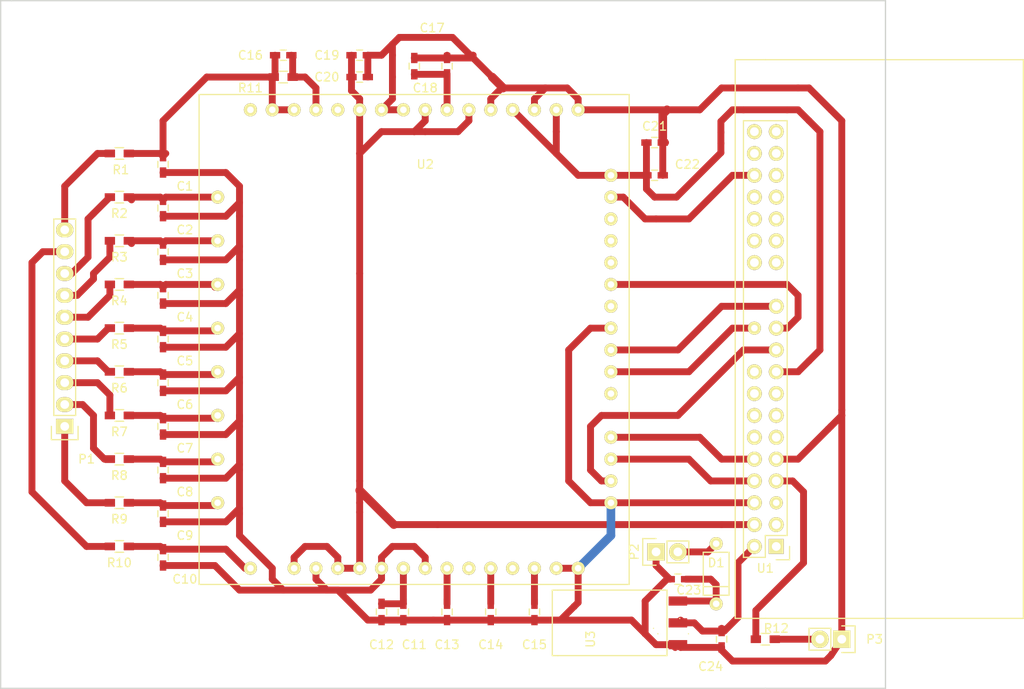
<source format=kicad_pcb>
(kicad_pcb (version 4) (host pcbnew 4.0.1-stable)

  (general
    (links 108)
    (no_connects 0)
    (area 91.534999 41.834999 194.555001 121.995001)
    (thickness 1.6)
    (drawings 7)
    (tracks 367)
    (zones 0)
    (modules 43)
    (nets 74)
  )

  (page A4)
  (layers
    (0 F.Cu signal)
    (31 B.Cu signal)
    (32 B.Adhes user hide)
    (33 F.Adhes user hide)
    (34 B.Paste user hide)
    (35 F.Paste user hide)
    (36 B.SilkS user)
    (37 F.SilkS user)
    (38 B.Mask user hide)
    (39 F.Mask user hide)
    (40 Dwgs.User user hide)
    (41 Cmts.User user hide)
    (42 Eco1.User user hide)
    (43 Eco2.User user hide)
    (44 Edge.Cuts user)
    (45 Margin user hide)
    (46 B.CrtYd user hide)
    (47 F.CrtYd user)
    (48 B.Fab user hide)
    (49 F.Fab user hide)
  )

  (setup
    (last_trace_width 0.8)
    (user_trace_width 1)
    (trace_clearance 0.2)
    (zone_clearance 0.508)
    (zone_45_only no)
    (trace_min 0.2)
    (segment_width 0.2)
    (edge_width 0.15)
    (via_size 0.6)
    (via_drill 0.4)
    (via_min_size 0.4)
    (via_min_drill 0.3)
    (uvia_size 0.3)
    (uvia_drill 0.1)
    (uvias_allowed no)
    (uvia_min_size 0.2)
    (uvia_min_drill 0.1)
    (pcb_text_width 0.3)
    (pcb_text_size 1.5 1.5)
    (mod_edge_width 0.15)
    (mod_text_size 1 1)
    (mod_text_width 0.15)
    (pad_size 1.524 1.524)
    (pad_drill 0.762)
    (pad_to_mask_clearance 0.2)
    (aux_axis_origin 91.61 41.91)
    (grid_origin 91.61 41.91)
    (visible_elements 7FFEFFFF)
    (pcbplotparams
      (layerselection 0x01000_00000001)
      (usegerberextensions false)
      (excludeedgelayer true)
      (linewidth 0.100000)
      (plotframeref false)
      (viasonmask false)
      (mode 1)
      (useauxorigin false)
      (hpglpennumber 1)
      (hpglpenspeed 20)
      (hpglpendiameter 15)
      (hpglpenoverlay 2)
      (psnegative false)
      (psa4output false)
      (plotreference true)
      (plotvalue true)
      (plotinvisibletext false)
      (padsonsilk false)
      (subtractmaskfromsilk false)
      (outputformat 1)
      (mirror false)
      (drillshape 0)
      (scaleselection 1)
      (outputdirectory plot/))
  )

  (net 0 "")
  (net 1 "Net-(C1-Pad1)")
  (net 2 "Net-(C2-Pad1)")
  (net 3 "Net-(C3-Pad1)")
  (net 4 "Net-(C4-Pad1)")
  (net 5 "Net-(C5-Pad1)")
  (net 6 "Net-(C6-Pad1)")
  (net 7 "Net-(C7-Pad1)")
  (net 8 "Net-(C8-Pad1)")
  (net 9 "Net-(C9-Pad1)")
  (net 10 "Net-(C10-Pad1)")
  (net 11 "Net-(C15-Pad1)")
  (net 12 ANALOG_SUPPLY)
  (net 13 DIGITAL_SUPPLY)
  (net 14 SENSOR_P1)
  (net 15 SENSOR_P2)
  (net 16 SENSOR_P3)
  (net 17 SENSOR_P4)
  (net 18 SENSOR_P5)
  (net 19 SENSOR_P6)
  (net 20 SENSOR_P7)
  (net 21 SENSOR_P8)
  (net 22 SRB_1)
  (net 23 BIAS_DRV)
  (net 24 CHIP_SELECT)
  (net 25 DATA_READY)
  (net 26 POWER_DOWN)
  (net 27 "Net-(U1-Pad12)")
  (net 28 SPI_MOSI)
  (net 29 SPI_MISO)
  (net 30 SPI_CLOCK)
  (net 31 "Net-(U1-Pad27)")
  (net 32 "Net-(U1-Pad28)")
  (net 33 RESET)
  (net 34 "Net-(U1-Pad32)")
  (net 35 "Net-(U1-Pad33)")
  (net 36 "Net-(U1-Pad35)")
  (net 37 "Net-(U1-Pad37)")
  (net 38 "Net-(U1-Pad38)")
  (net 39 "Net-(U1-Pad40)")
  (net 40 "Net-(U2-Pad46)")
  (net 41 "Net-(U2-Pad42)")
  (net 42 "Net-(U2-Pad64)")
  (net 43 "Net-(U2-Pad60)")
  (net 44 "Net-(U2-Pad27)")
  (net 45 "Net-(U2-Pad29)")
  (net 46 "Net-(C11-Pad1)")
  (net 47 "Net-(C13-Pad1)")
  (net 48 "Net-(C14-Pad1)")
  (net 49 "Net-(C16-Pad2)")
  (net 50 "Net-(C17-Pad2)")
  (net 51 "Net-(U1-Pad29)")
  (net 52 "Net-(U1-Pad31)")
  (net 53 "Net-(U1-Pad15)")
  (net 54 "Net-(U2-Pad38)")
  (net 55 "Net-(R12-Pad1)")
  (net 56 "Net-(P3-Pad2)")
  (net 57 "Net-(U1-Pad30)")
  (net 58 "Net-(C23-Pad1)")
  (net 59 "Net-(U1-Pad3)")
  (net 60 "Net-(U1-Pad11)")
  (net 61 "Net-(U1-Pad13)")
  (net 62 "Net-(U1-Pad14)")
  (net 63 "Net-(U1-Pad16)")
  (net 64 "Net-(U1-Pad1)")
  (net 65 GND)
  (net 66 "Net-(U1-Pad34)")
  (net 67 "Net-(U1-Pad39)")
  (net 68 "Net-(U1-Pad18)")
  (net 69 "Net-(U1-Pad5)")
  (net 70 "Net-(U2-Pad44)")
  (net 71 "Net-(U2-Pad45)")
  (net 72 REGULATED_SUPPLY)
  (net 73 "Net-(D1-Pad2)")

  (net_class Default "This is the default net class."
    (clearance 0.2)
    (trace_width 0.8)
    (via_dia 0.6)
    (via_drill 0.4)
    (uvia_dia 0.3)
    (uvia_drill 0.1)
    (add_net ANALOG_SUPPLY)
    (add_net BIAS_DRV)
    (add_net CHIP_SELECT)
    (add_net DATA_READY)
    (add_net DIGITAL_SUPPLY)
    (add_net GND)
    (add_net "Net-(C1-Pad1)")
    (add_net "Net-(C10-Pad1)")
    (add_net "Net-(C11-Pad1)")
    (add_net "Net-(C13-Pad1)")
    (add_net "Net-(C14-Pad1)")
    (add_net "Net-(C15-Pad1)")
    (add_net "Net-(C16-Pad2)")
    (add_net "Net-(C17-Pad2)")
    (add_net "Net-(C2-Pad1)")
    (add_net "Net-(C23-Pad1)")
    (add_net "Net-(C3-Pad1)")
    (add_net "Net-(C4-Pad1)")
    (add_net "Net-(C5-Pad1)")
    (add_net "Net-(C6-Pad1)")
    (add_net "Net-(C7-Pad1)")
    (add_net "Net-(C8-Pad1)")
    (add_net "Net-(C9-Pad1)")
    (add_net "Net-(D1-Pad2)")
    (add_net "Net-(P3-Pad2)")
    (add_net "Net-(R12-Pad1)")
    (add_net "Net-(U1-Pad1)")
    (add_net "Net-(U1-Pad11)")
    (add_net "Net-(U1-Pad12)")
    (add_net "Net-(U1-Pad13)")
    (add_net "Net-(U1-Pad14)")
    (add_net "Net-(U1-Pad15)")
    (add_net "Net-(U1-Pad16)")
    (add_net "Net-(U1-Pad18)")
    (add_net "Net-(U1-Pad27)")
    (add_net "Net-(U1-Pad28)")
    (add_net "Net-(U1-Pad29)")
    (add_net "Net-(U1-Pad3)")
    (add_net "Net-(U1-Pad30)")
    (add_net "Net-(U1-Pad31)")
    (add_net "Net-(U1-Pad32)")
    (add_net "Net-(U1-Pad33)")
    (add_net "Net-(U1-Pad34)")
    (add_net "Net-(U1-Pad35)")
    (add_net "Net-(U1-Pad37)")
    (add_net "Net-(U1-Pad38)")
    (add_net "Net-(U1-Pad39)")
    (add_net "Net-(U1-Pad40)")
    (add_net "Net-(U1-Pad5)")
    (add_net "Net-(U2-Pad27)")
    (add_net "Net-(U2-Pad29)")
    (add_net "Net-(U2-Pad38)")
    (add_net "Net-(U2-Pad42)")
    (add_net "Net-(U2-Pad44)")
    (add_net "Net-(U2-Pad45)")
    (add_net "Net-(U2-Pad46)")
    (add_net "Net-(U2-Pad60)")
    (add_net "Net-(U2-Pad64)")
    (add_net POWER_DOWN)
    (add_net REGULATED_SUPPLY)
    (add_net RESET)
    (add_net SENSOR_P1)
    (add_net SENSOR_P2)
    (add_net SENSOR_P3)
    (add_net SENSOR_P4)
    (add_net SENSOR_P5)
    (add_net SENSOR_P6)
    (add_net SENSOR_P7)
    (add_net SENSOR_P8)
    (add_net SPI_CLOCK)
    (add_net SPI_MISO)
    (add_net SPI_MOSI)
    (add_net SRB_1)
  )

  (module Resistors_SMD:R_0603_HandSoldering (layer F.Cu) (tedit 567A80E5) (tstamp 56768958)
    (at 180.51 116.205)
    (descr "Resistor SMD 0603, hand soldering")
    (tags "resistor 0603")
    (path /56767A11)
    (attr smd)
    (fp_text reference R12 (at 1.27 -1.27) (layer F.SilkS)
      (effects (font (size 1 1) (thickness 0.15)))
    )
    (fp_text value 250 (at 0 1.9) (layer F.Fab)
      (effects (font (size 1 1) (thickness 0.15)))
    )
    (fp_line (start -2 -0.8) (end 2 -0.8) (layer F.CrtYd) (width 0.05))
    (fp_line (start -2 0.8) (end 2 0.8) (layer F.CrtYd) (width 0.05))
    (fp_line (start -2 -0.8) (end -2 0.8) (layer F.CrtYd) (width 0.05))
    (fp_line (start 2 -0.8) (end 2 0.8) (layer F.CrtYd) (width 0.05))
    (fp_line (start 0.5 0.675) (end -0.5 0.675) (layer F.SilkS) (width 0.15))
    (fp_line (start -0.5 -0.675) (end 0.5 -0.675) (layer F.SilkS) (width 0.15))
    (pad 1 smd rect (at -1.1 0) (size 1.2 0.9) (layers F.Cu F.Paste F.Mask)
      (net 55 "Net-(R12-Pad1)"))
    (pad 2 smd rect (at 1.1 0) (size 1.2 0.9) (layers F.Cu F.Paste F.Mask)
      (net 56 "Net-(P3-Pad2)"))
    (model Resistors_SMD.3dshapes/R_0603_HandSoldering.wrl
      (at (xyz 0 0 0))
      (scale (xyz 1 1 1))
      (rotate (xyz 0 0 0))
    )
  )

  (module eco-fp:ads1299 (layer F.Cu) (tedit 567A7F6C) (tstamp 566EA49F)
    (at 116.84 54.61)
    (path /5664505B)
    (fp_text reference U2 (at 24.13 6.35 180) (layer F.SilkS)
      (effects (font (size 1 1) (thickness 0.15)))
    )
    (fp_text value ads1299 (at 24.13 15.24) (layer F.Fab)
      (effects (font (size 1 1) (thickness 0.15)))
    )
    (fp_line (start 53.721 59.182) (end 53.721 59.182) (layer F.SilkS) (width 0.15))
    (fp_line (start -2.159 -1.778) (end 47.841 -1.778) (layer F.SilkS) (width 0.15))
    (fp_line (start 47.841 -1.778) (end 47.841 55.222) (layer F.SilkS) (width 0.15))
    (fp_line (start 47.841 55.222) (end -2.159 55.222) (layer F.SilkS) (width 0.15))
    (fp_line (start -2.159 55.222) (end -2.159 -1.778) (layer F.SilkS) (width 0.15))
    (fp_line (start 50.673 60.325) (end 50.673 60.325) (layer F.SilkS) (width 0.15))
    (fp_line (start 54.737 60.96) (end 54.737 60.96) (layer F.SilkS) (width 0.15))
    (fp_line (start 51.181 60.96) (end 51.181 60.96) (layer F.SilkS) (width 0.15))
    (pad 2 thru_hole circle (at 0 10.16) (size 1.524 1.524) (drill 0.762) (layers *.Cu *.Mask F.SilkS)
      (net 2 "Net-(C2-Pad1)"))
    (pad 4 thru_hole circle (at 0 15.24) (size 1.524 1.524) (drill 0.762) (layers *.Cu *.Mask F.SilkS)
      (net 3 "Net-(C3-Pad1)"))
    (pad 6 thru_hole circle (at 0 20.32) (size 1.524 1.524) (drill 0.762) (layers *.Cu *.Mask F.SilkS)
      (net 4 "Net-(C4-Pad1)"))
    (pad 8 thru_hole circle (at 0 25.4) (size 1.524 1.524) (drill 0.762) (layers *.Cu *.Mask F.SilkS)
      (net 5 "Net-(C5-Pad1)"))
    (pad 10 thru_hole circle (at 0 30.48) (size 1.524 1.524) (drill 0.762) (layers *.Cu *.Mask F.SilkS)
      (net 6 "Net-(C6-Pad1)"))
    (pad 12 thru_hole circle (at 0 35.56) (size 1.524 1.524) (drill 0.762) (layers *.Cu *.Mask F.SilkS)
      (net 7 "Net-(C7-Pad1)"))
    (pad 14 thru_hole circle (at 0 40.64) (size 1.524 1.524) (drill 0.762) (layers *.Cu *.Mask F.SilkS)
      (net 8 "Net-(C8-Pad1)"))
    (pad 16 thru_hole circle (at 0 45.72) (size 1.524 1.524) (drill 0.762) (layers *.Cu *.Mask F.SilkS)
      (net 9 "Net-(C9-Pad1)"))
    (pad 48 thru_hole circle (at 45.72 7.62) (size 1.524 1.524) (drill 0.762) (layers *.Cu *.Mask F.SilkS)
      (net 13 DIGITAL_SUPPLY))
    (pad 47 thru_hole circle (at 45.72 10.16) (size 1.524 1.524) (drill 0.762) (layers *.Cu *.Mask F.SilkS)
      (net 25 DATA_READY))
    (pad 46 thru_hole circle (at 45.72 12.7) (size 1.524 1.524) (drill 0.762) (layers *.Cu *.Mask F.SilkS)
      (net 40 "Net-(U2-Pad46)"))
    (pad 43 thru_hole circle (at 45.72 20.32) (size 1.524 1.524) (drill 0.762) (layers *.Cu *.Mask F.SilkS)
      (net 29 SPI_MISO))
    (pad 42 thru_hole circle (at 45.72 22.86) (size 1.524 1.524) (drill 0.762) (layers *.Cu *.Mask F.SilkS)
      (net 41 "Net-(U2-Pad42)"))
    (pad 41 thru_hole circle (at 45.72 25.4) (size 1.524 1.524) (drill 0.762) (layers *.Cu *.Mask F.SilkS)
      (net 65 GND))
    (pad 40 thru_hole circle (at 45.72 27.94) (size 1.524 1.524) (drill 0.762) (layers *.Cu *.Mask F.SilkS)
      (net 30 SPI_CLOCK))
    (pad 39 thru_hole circle (at 45.72 30.48) (size 1.524 1.524) (drill 0.762) (layers *.Cu *.Mask F.SilkS)
      (net 24 CHIP_SELECT))
    (pad 36 thru_hole circle (at 45.72 38.1) (size 1.524 1.524) (drill 0.762) (layers *.Cu *.Mask F.SilkS)
      (net 33 RESET))
    (pad 35 thru_hole circle (at 45.72 40.64) (size 1.524 1.524) (drill 0.762) (layers *.Cu *.Mask F.SilkS)
      (net 26 POWER_DOWN))
    (pad 34 thru_hole circle (at 45.72 43.18) (size 1.524 1.524) (drill 0.762) (layers *.Cu *.Mask F.SilkS)
      (net 28 SPI_MOSI))
    (pad 33 thru_hole circle (at 45.72 45.72) (size 1.524 1.524) (drill 0.762) (layers *.Cu *.Mask F.SilkS)
      (net 65 GND))
    (pad 64 thru_hole circle (at 3.81 0) (size 1.524 1.524) (drill 0.762) (layers *.Cu *.Mask F.SilkS)
      (net 42 "Net-(U2-Pad64)"))
    (pad 63 thru_hole circle (at 6.35 0) (size 1.524 1.524) (drill 0.762) (layers *.Cu *.Mask F.SilkS)
      (net 1 "Net-(C1-Pad1)"))
    (pad 62 thru_hole circle (at 8.89 0) (size 1.524 1.524) (drill 0.762) (layers *.Cu *.Mask F.SilkS)
      (net 1 "Net-(C1-Pad1)"))
    (pad 61 thru_hole circle (at 11.43 0) (size 1.524 1.524) (drill 0.762) (layers *.Cu *.Mask F.SilkS)
      (net 49 "Net-(C16-Pad2)"))
    (pad 60 thru_hole circle (at 13.97 0) (size 1.524 1.524) (drill 0.762) (layers *.Cu *.Mask F.SilkS)
      (net 43 "Net-(U2-Pad60)"))
    (pad 59 thru_hole circle (at 16.51 0) (size 1.524 1.524) (drill 0.762) (layers *.Cu *.Mask F.SilkS)
      (net 12 ANALOG_SUPPLY))
    (pad 58 thru_hole circle (at 19.05 0) (size 1.524 1.524) (drill 0.762) (layers *.Cu *.Mask F.SilkS)
      (net 65 GND))
    (pad 57 thru_hole circle (at 21.59 0) (size 1.524 1.524) (drill 0.762) (layers *.Cu *.Mask F.SilkS)
      (net 65 GND))
    (pad 56 thru_hole circle (at 24.13 0) (size 1.524 1.524) (drill 0.762) (layers *.Cu *.Mask F.SilkS)
      (net 12 ANALOG_SUPPLY))
    (pad 55 thru_hole circle (at 26.67 0) (size 1.524 1.524) (drill 0.762) (layers *.Cu *.Mask F.SilkS)
      (net 50 "Net-(C17-Pad2)"))
    (pad 54 thru_hole circle (at 29.21 0) (size 1.524 1.524) (drill 0.762) (layers *.Cu *.Mask F.SilkS)
      (net 12 ANALOG_SUPPLY))
    (pad 53 thru_hole circle (at 31.75 0) (size 1.524 1.524) (drill 0.762) (layers *.Cu *.Mask F.SilkS)
      (net 65 GND))
    (pad 52 thru_hole circle (at 34.29 0) (size 1.524 1.524) (drill 0.762) (layers *.Cu *.Mask F.SilkS)
      (net 13 DIGITAL_SUPPLY))
    (pad 51 thru_hole circle (at 36.83 0) (size 1.524 1.524) (drill 0.762) (layers *.Cu *.Mask F.SilkS)
      (net 65 GND))
    (pad 50 thru_hole circle (at 39.37 0) (size 1.524 1.524) (drill 0.762) (layers *.Cu *.Mask F.SilkS)
      (net 13 DIGITAL_SUPPLY))
    (pad 49 thru_hole circle (at 41.91 0) (size 1.524 1.524) (drill 0.762) (layers *.Cu *.Mask F.SilkS)
      (net 65 GND))
    (pad 17 thru_hole circle (at 3.81 53.34) (size 1.524 1.524) (drill 0.762) (layers *.Cu *.Mask F.SilkS)
      (net 10 "Net-(C10-Pad1)"))
    (pad 19 thru_hole circle (at 8.89 53.34) (size 1.524 1.524) (drill 0.762) (layers *.Cu *.Mask F.SilkS)
      (net 12 ANALOG_SUPPLY))
    (pad 20 thru_hole circle (at 11.43 53.34) (size 1.524 1.524) (drill 0.762) (layers *.Cu *.Mask F.SilkS)
      (net 65 GND))
    (pad 21 thru_hole circle (at 13.97 53.34) (size 1.524 1.524) (drill 0.762) (layers *.Cu *.Mask F.SilkS)
      (net 12 ANALOG_SUPPLY))
    (pad 22 thru_hole circle (at 16.51 53.34) (size 1.524 1.524) (drill 0.762) (layers *.Cu *.Mask F.SilkS)
      (net 12 ANALOG_SUPPLY))
    (pad 23 thru_hole circle (at 19.05 53.34) (size 1.524 1.524) (drill 0.762) (layers *.Cu *.Mask F.SilkS)
      (net 65 GND))
    (pad 24 thru_hole circle (at 21.59 53.34) (size 1.524 1.524) (drill 0.762) (layers *.Cu *.Mask F.SilkS)
      (net 46 "Net-(C11-Pad1)"))
    (pad 25 thru_hole circle (at 24.13 53.34) (size 1.524 1.524) (drill 0.762) (layers *.Cu *.Mask F.SilkS)
      (net 65 GND))
    (pad 26 thru_hole circle (at 26.67 53.34) (size 1.524 1.524) (drill 0.762) (layers *.Cu *.Mask F.SilkS)
      (net 47 "Net-(C13-Pad1)"))
    (pad 27 thru_hole circle (at 29.21 53.34) (size 1.524 1.524) (drill 0.762) (layers *.Cu *.Mask F.SilkS)
      (net 44 "Net-(U2-Pad27)"))
    (pad 28 thru_hole circle (at 31.75 53.34) (size 1.524 1.524) (drill 0.762) (layers *.Cu *.Mask F.SilkS)
      (net 48 "Net-(C14-Pad1)"))
    (pad 29 thru_hole circle (at 34.29 53.34) (size 1.524 1.524) (drill 0.762) (layers *.Cu *.Mask F.SilkS)
      (net 45 "Net-(U2-Pad29)"))
    (pad 30 thru_hole circle (at 36.83 53.34) (size 1.524 1.524) (drill 0.762) (layers *.Cu *.Mask F.SilkS)
      (net 11 "Net-(C15-Pad1)"))
    (pad 31 thru_hole circle (at 39.37 53.34) (size 1.524 1.524) (drill 0.762) (layers *.Cu *.Mask F.SilkS)
      (net 65 GND))
    (pad 32 thru_hole circle (at 41.91 53.34) (size 1.524 1.524) (drill 0.762) (layers *.Cu *.Mask F.SilkS)
      (net 65 GND))
    (pad 38 thru_hole circle (at 45.72 33.02) (size 1.524 1.524) (drill 0.762) (layers *.Cu *.Mask F.SilkS)
      (net 54 "Net-(U2-Pad38)"))
    (pad 44 thru_hole circle (at 45.72 17.78) (size 1.524 1.524) (drill 0.762) (layers *.Cu *.Mask F.SilkS)
      (net 70 "Net-(U2-Pad44)"))
    (pad 45 thru_hole circle (at 45.72 15.24) (size 1.524 1.524) (drill 0.762) (layers *.Cu *.Mask F.SilkS)
      (net 71 "Net-(U2-Pad45)"))
  )

  (module Pin_Headers:Pin_Header_Straight_2x20 (layer F.Cu) (tedit 567A6007) (tstamp 566EA45B)
    (at 180.51 81.28 180)
    (descr "Through hole pin header")
    (tags "pin header")
    (path /566731D6)
    (fp_text reference U1 (at 0 -26.67 180) (layer F.SilkS)
      (effects (font (size 1 1) (thickness 0.15)))
    )
    (fp_text value Raspberry_Pi_GPIO (at -1.27 -27.23 180) (layer F.Fab)
      (effects (font (size 1 1) (thickness 0.15)))
    )
    (fp_line (start 0 -32.5) (end 3.5 -32.5) (layer F.SilkS) (width 0.15))
    (fp_line (start 3.5 32.5) (end 0 32.5) (layer F.SilkS) (width 0.15))
    (fp_line (start -30 -32.5) (end 0 -32.5) (layer F.SilkS) (width 0.15))
    (fp_line (start -30 -32.5) (end -30 32.5) (layer F.SilkS) (width 0.15))
    (fp_line (start -30 32.5) (end 0 32.5) (layer F.SilkS) (width 0.15))
    (fp_line (start 3.5 -32.5) (end 3.5 32.5) (layer F.SilkS) (width 0.15))
    (fp_line (start -3.02 -25.88) (end -3.02 25.92) (layer F.CrtYd) (width 0.05))
    (fp_line (start 3.03 -25.88) (end 3.03 25.92) (layer F.CrtYd) (width 0.05))
    (fp_line (start -3.02 -25.88) (end 3.03 -25.88) (layer F.CrtYd) (width 0.05))
    (fp_line (start -3.02 25.92) (end 3.03 25.92) (layer F.CrtYd) (width 0.05))
    (fp_line (start 2.54 25.4) (end 2.54 -25.4) (layer F.SilkS) (width 0.15))
    (fp_line (start -2.54 -22.86) (end -2.54 25.4) (layer F.SilkS) (width 0.15))
    (fp_line (start 2.54 25.4) (end -2.54 25.4) (layer F.SilkS) (width 0.15))
    (fp_line (start 2.54 -25.4) (end 0 -25.4) (layer F.SilkS) (width 0.15))
    (fp_line (start -1.27 -25.68) (end -2.82 -25.68) (layer F.SilkS) (width 0.15))
    (fp_line (start 0 -25.4) (end 0 -22.86) (layer F.SilkS) (width 0.15))
    (fp_line (start 0 -22.86) (end -2.54 -22.86) (layer F.SilkS) (width 0.15))
    (fp_line (start -2.82 -25.68) (end -2.82 -24.13) (layer F.SilkS) (width 0.15))
    (pad 1 thru_hole rect (at -1.27 -24.13 180) (size 1.7272 1.7272) (drill 1.016) (layers *.Cu *.Mask F.SilkS)
      (net 64 "Net-(U1-Pad1)"))
    (pad 2 thru_hole oval (at 1.27 -24.13 180) (size 1.7272 1.7272) (drill 1.016) (layers *.Cu *.Mask F.SilkS)
      (net 72 REGULATED_SUPPLY))
    (pad 3 thru_hole oval (at -1.27 -21.59 180) (size 1.7272 1.7272) (drill 1.016) (layers *.Cu *.Mask F.SilkS)
      (net 59 "Net-(U1-Pad3)"))
    (pad 4 thru_hole oval (at 1.27 -21.59 180) (size 1.7272 1.7272) (drill 1.016) (layers *.Cu *.Mask F.SilkS)
      (net 12 ANALOG_SUPPLY))
    (pad 6 thru_hole oval (at 1.27 -19.05 180) (size 1.7272 1.7272) (drill 1.016) (layers *.Cu *.Mask F.SilkS)
      (net 65 GND))
    (pad 7 thru_hole oval (at -1.27 -16.51 180) (size 1.7272 1.7272) (drill 1.016) (layers *.Cu *.Mask F.SilkS)
      (net 55 "Net-(R12-Pad1)"))
    (pad 8 thru_hole oval (at 1.27 -16.51 180) (size 1.7272 1.7272) (drill 1.016) (layers *.Cu *.Mask F.SilkS)
      (net 26 POWER_DOWN))
    (pad 9 thru_hole oval (at -1.27 -13.97 180) (size 1.7272 1.7272) (drill 1.016) (layers *.Cu *.Mask F.SilkS)
      (net 65 GND))
    (pad 10 thru_hole oval (at 1.27 -13.97 180) (size 1.7272 1.7272) (drill 1.016) (layers *.Cu *.Mask F.SilkS)
      (net 33 RESET))
    (pad 11 thru_hole oval (at -1.27 -11.43 180) (size 1.7272 1.7272) (drill 1.016) (layers *.Cu *.Mask F.SilkS)
      (net 60 "Net-(U1-Pad11)"))
    (pad 12 thru_hole oval (at 1.27 -11.43 180) (size 1.7272 1.7272) (drill 1.016) (layers *.Cu *.Mask F.SilkS)
      (net 27 "Net-(U1-Pad12)"))
    (pad 13 thru_hole oval (at -1.27 -8.89 180) (size 1.7272 1.7272) (drill 1.016) (layers *.Cu *.Mask F.SilkS)
      (net 61 "Net-(U1-Pad13)"))
    (pad 14 thru_hole oval (at 1.27 -8.89 180) (size 1.7272 1.7272) (drill 1.016) (layers *.Cu *.Mask F.SilkS)
      (net 62 "Net-(U1-Pad14)"))
    (pad 15 thru_hole oval (at -1.27 -6.35 180) (size 1.7272 1.7272) (drill 1.016) (layers *.Cu *.Mask F.SilkS)
      (net 53 "Net-(U1-Pad15)"))
    (pad 16 thru_hole oval (at 1.27 -6.35 180) (size 1.7272 1.7272) (drill 1.016) (layers *.Cu *.Mask F.SilkS)
      (net 63 "Net-(U1-Pad16)"))
    (pad 17 thru_hole oval (at -1.27 -3.81 180) (size 1.7272 1.7272) (drill 1.016) (layers *.Cu *.Mask F.SilkS)
      (net 13 DIGITAL_SUPPLY))
    (pad 18 thru_hole oval (at 1.27 -3.81 180) (size 1.7272 1.7272) (drill 1.016) (layers *.Cu *.Mask F.SilkS)
      (net 68 "Net-(U1-Pad18)"))
    (pad 19 thru_hole oval (at -1.27 -1.27 180) (size 1.7272 1.7272) (drill 1.016) (layers *.Cu *.Mask F.SilkS)
      (net 28 SPI_MOSI))
    (pad 21 thru_hole oval (at -1.27 1.27 180) (size 1.7272 1.7272) (drill 1.016) (layers *.Cu *.Mask F.SilkS)
      (net 29 SPI_MISO))
    (pad 23 thru_hole oval (at -1.27 3.81 180) (size 1.7272 1.7272) (drill 1.016) (layers *.Cu *.Mask F.SilkS)
      (net 30 SPI_CLOCK))
    (pad 27 thru_hole oval (at -1.27 8.89 180) (size 1.7272 1.7272) (drill 1.016) (layers *.Cu *.Mask F.SilkS)
      (net 31 "Net-(U1-Pad27)"))
    (pad 28 thru_hole oval (at 1.27 8.89 180) (size 1.7272 1.7272) (drill 1.016) (layers *.Cu *.Mask F.SilkS)
      (net 32 "Net-(U1-Pad28)"))
    (pad 29 thru_hole oval (at -1.27 11.43 180) (size 1.7272 1.7272) (drill 1.016) (layers *.Cu *.Mask F.SilkS)
      (net 51 "Net-(U1-Pad29)"))
    (pad 30 thru_hole oval (at 1.27 11.43 180) (size 1.7272 1.7272) (drill 1.016) (layers *.Cu *.Mask F.SilkS)
      (net 57 "Net-(U1-Pad30)"))
    (pad 31 thru_hole oval (at -1.27 13.97 180) (size 1.7272 1.7272) (drill 1.016) (layers *.Cu *.Mask F.SilkS)
      (net 52 "Net-(U1-Pad31)"))
    (pad 32 thru_hole oval (at 1.27 13.97 180) (size 1.7272 1.7272) (drill 1.016) (layers *.Cu *.Mask F.SilkS)
      (net 34 "Net-(U1-Pad32)"))
    (pad 33 thru_hole oval (at -1.27 16.51 180) (size 1.7272 1.7272) (drill 1.016) (layers *.Cu *.Mask F.SilkS)
      (net 35 "Net-(U1-Pad33)"))
    (pad 34 thru_hole oval (at 1.27 16.51 180) (size 1.7272 1.7272) (drill 1.016) (layers *.Cu *.Mask F.SilkS)
      (net 66 "Net-(U1-Pad34)"))
    (pad 35 thru_hole oval (at -1.27 19.05 180) (size 1.7272 1.7272) (drill 1.016) (layers *.Cu *.Mask F.SilkS)
      (net 36 "Net-(U1-Pad35)"))
    (pad 36 thru_hole oval (at 1.27 19.05 180) (size 1.7272 1.7272) (drill 1.016) (layers *.Cu *.Mask F.SilkS)
      (net 25 DATA_READY))
    (pad 37 thru_hole oval (at -1.27 21.59 180) (size 1.7272 1.7272) (drill 1.016) (layers *.Cu *.Mask F.SilkS)
      (net 37 "Net-(U1-Pad37)"))
    (pad 38 thru_hole oval (at 1.27 21.59 180) (size 1.7272 1.7272) (drill 1.016) (layers *.Cu *.Mask F.SilkS)
      (net 38 "Net-(U1-Pad38)"))
    (pad 39 thru_hole oval (at -1.27 24.13 180) (size 1.7272 1.7272) (drill 1.016) (layers *.Cu *.Mask F.SilkS)
      (net 67 "Net-(U1-Pad39)"))
    (pad 40 thru_hole oval (at 1.27 24.13 180) (size 1.7272 1.7272) (drill 1.016) (layers *.Cu *.Mask F.SilkS)
      (net 39 "Net-(U1-Pad40)"))
    (pad 5 thru_hole circle (at -1.27 -19.05 180) (size 1.524 1.524) (drill 0.762) (layers *.Cu *.Mask F.SilkS)
      (net 69 "Net-(U1-Pad5)"))
    (pad 22 thru_hole circle (at 1.27 1.27 180) (size 1.524 1.524) (drill 0.762) (layers *.Cu *.Mask F.SilkS)
      (net 24 CHIP_SELECT))
    (model Pin_Headers.3dshapes/Pin_Header_Straight_2x20.wrl
      (at (xyz 0.05 -0.95 0))
      (scale (xyz 1 1 1))
      (rotate (xyz 0 0 90))
    )
  )

  (module Capacitors_SMD:C_0603_HandSoldering (layer F.Cu) (tedit 5675D4CD) (tstamp 566EA28A)
    (at 110.49 60.96 270)
    (descr "Capacitor SMD 0603, hand soldering")
    (tags "capacitor 0603")
    (path /5668FD56)
    (attr smd)
    (fp_text reference C1 (at 2.54 -2.54 360) (layer F.SilkS)
      (effects (font (size 1 1) (thickness 0.15)))
    )
    (fp_text value 4.7nf (at 0 1.9 270) (layer F.Fab)
      (effects (font (size 1 1) (thickness 0.15)))
    )
    (fp_line (start -1.85 -0.75) (end 1.85 -0.75) (layer F.CrtYd) (width 0.05))
    (fp_line (start -1.85 0.75) (end 1.85 0.75) (layer F.CrtYd) (width 0.05))
    (fp_line (start -1.85 -0.75) (end -1.85 0.75) (layer F.CrtYd) (width 0.05))
    (fp_line (start 1.85 -0.75) (end 1.85 0.75) (layer F.CrtYd) (width 0.05))
    (fp_line (start -0.35 -0.6) (end 0.35 -0.6) (layer F.SilkS) (width 0.15))
    (fp_line (start 0.35 0.6) (end -0.35 0.6) (layer F.SilkS) (width 0.15))
    (pad 1 smd rect (at -0.95 0 270) (size 1.2 0.75) (layers F.Cu F.Paste F.Mask)
      (net 1 "Net-(C1-Pad1)"))
    (pad 2 smd rect (at 0.95 0 270) (size 1.2 0.75) (layers F.Cu F.Paste F.Mask)
      (net 65 GND))
    (model Capacitors_SMD.3dshapes/C_0603_HandSoldering.wrl
      (at (xyz 0 0 0))
      (scale (xyz 1 1 1))
      (rotate (xyz 0 0 0))
    )
  )

  (module Capacitors_SMD:C_0603_HandSoldering (layer F.Cu) (tedit 5675D4C9) (tstamp 566EA296)
    (at 110.49 66.04 270)
    (descr "Capacitor SMD 0603, hand soldering")
    (tags "capacitor 0603")
    (path /5668D705)
    (attr smd)
    (fp_text reference C2 (at 2.54 -2.54 360) (layer F.SilkS)
      (effects (font (size 1 1) (thickness 0.15)))
    )
    (fp_text value 4.7nf (at 0 1.9 270) (layer F.Fab)
      (effects (font (size 1 1) (thickness 0.15)))
    )
    (fp_line (start -1.85 -0.75) (end 1.85 -0.75) (layer F.CrtYd) (width 0.05))
    (fp_line (start -1.85 0.75) (end 1.85 0.75) (layer F.CrtYd) (width 0.05))
    (fp_line (start -1.85 -0.75) (end -1.85 0.75) (layer F.CrtYd) (width 0.05))
    (fp_line (start 1.85 -0.75) (end 1.85 0.75) (layer F.CrtYd) (width 0.05))
    (fp_line (start -0.35 -0.6) (end 0.35 -0.6) (layer F.SilkS) (width 0.15))
    (fp_line (start 0.35 0.6) (end -0.35 0.6) (layer F.SilkS) (width 0.15))
    (pad 1 smd rect (at -0.95 0 270) (size 1.2 0.75) (layers F.Cu F.Paste F.Mask)
      (net 2 "Net-(C2-Pad1)"))
    (pad 2 smd rect (at 0.95 0 270) (size 1.2 0.75) (layers F.Cu F.Paste F.Mask)
      (net 65 GND))
    (model Capacitors_SMD.3dshapes/C_0603_HandSoldering.wrl
      (at (xyz 0 0 0))
      (scale (xyz 1 1 1))
      (rotate (xyz 0 0 0))
    )
  )

  (module Capacitors_SMD:C_0603_HandSoldering (layer F.Cu) (tedit 5675D4C4) (tstamp 566EA2A2)
    (at 110.49 71.12 270)
    (descr "Capacitor SMD 0603, hand soldering")
    (tags "capacitor 0603")
    (path /5668D694)
    (attr smd)
    (fp_text reference C3 (at 2.54 -2.54 360) (layer F.SilkS)
      (effects (font (size 1 1) (thickness 0.15)))
    )
    (fp_text value 4.7nf (at 0 1.9 270) (layer F.Fab)
      (effects (font (size 1 1) (thickness 0.15)))
    )
    (fp_line (start -1.85 -0.75) (end 1.85 -0.75) (layer F.CrtYd) (width 0.05))
    (fp_line (start -1.85 0.75) (end 1.85 0.75) (layer F.CrtYd) (width 0.05))
    (fp_line (start -1.85 -0.75) (end -1.85 0.75) (layer F.CrtYd) (width 0.05))
    (fp_line (start 1.85 -0.75) (end 1.85 0.75) (layer F.CrtYd) (width 0.05))
    (fp_line (start -0.35 -0.6) (end 0.35 -0.6) (layer F.SilkS) (width 0.15))
    (fp_line (start 0.35 0.6) (end -0.35 0.6) (layer F.SilkS) (width 0.15))
    (pad 1 smd rect (at -0.95 0 270) (size 1.2 0.75) (layers F.Cu F.Paste F.Mask)
      (net 3 "Net-(C3-Pad1)"))
    (pad 2 smd rect (at 0.95 0 270) (size 1.2 0.75) (layers F.Cu F.Paste F.Mask)
      (net 65 GND))
    (model Capacitors_SMD.3dshapes/C_0603_HandSoldering.wrl
      (at (xyz 0 0 0))
      (scale (xyz 1 1 1))
      (rotate (xyz 0 0 0))
    )
  )

  (module Capacitors_SMD:C_0603_HandSoldering (layer F.Cu) (tedit 5675D4C0) (tstamp 566EA2AE)
    (at 110.49 76.2 270)
    (descr "Capacitor SMD 0603, hand soldering")
    (tags "capacitor 0603")
    (path /5668D628)
    (attr smd)
    (fp_text reference C4 (at 2.54 -2.54 360) (layer F.SilkS)
      (effects (font (size 1 1) (thickness 0.15)))
    )
    (fp_text value 4.7nf (at 0 1.9 270) (layer F.Fab)
      (effects (font (size 1 1) (thickness 0.15)))
    )
    (fp_line (start -1.85 -0.75) (end 1.85 -0.75) (layer F.CrtYd) (width 0.05))
    (fp_line (start -1.85 0.75) (end 1.85 0.75) (layer F.CrtYd) (width 0.05))
    (fp_line (start -1.85 -0.75) (end -1.85 0.75) (layer F.CrtYd) (width 0.05))
    (fp_line (start 1.85 -0.75) (end 1.85 0.75) (layer F.CrtYd) (width 0.05))
    (fp_line (start -0.35 -0.6) (end 0.35 -0.6) (layer F.SilkS) (width 0.15))
    (fp_line (start 0.35 0.6) (end -0.35 0.6) (layer F.SilkS) (width 0.15))
    (pad 1 smd rect (at -0.95 0 270) (size 1.2 0.75) (layers F.Cu F.Paste F.Mask)
      (net 4 "Net-(C4-Pad1)"))
    (pad 2 smd rect (at 0.95 0 270) (size 1.2 0.75) (layers F.Cu F.Paste F.Mask)
      (net 65 GND))
    (model Capacitors_SMD.3dshapes/C_0603_HandSoldering.wrl
      (at (xyz 0 0 0))
      (scale (xyz 1 1 1))
      (rotate (xyz 0 0 0))
    )
  )

  (module Capacitors_SMD:C_0603_HandSoldering (layer F.Cu) (tedit 5675D4BB) (tstamp 566EA2BA)
    (at 110.49 81.28 270)
    (descr "Capacitor SMD 0603, hand soldering")
    (tags "capacitor 0603")
    (path /5668D5BF)
    (attr smd)
    (fp_text reference C5 (at 2.54 -2.54 360) (layer F.SilkS)
      (effects (font (size 1 1) (thickness 0.15)))
    )
    (fp_text value 4.7nf (at 0 1.9 270) (layer F.Fab)
      (effects (font (size 1 1) (thickness 0.15)))
    )
    (fp_line (start -1.85 -0.75) (end 1.85 -0.75) (layer F.CrtYd) (width 0.05))
    (fp_line (start -1.85 0.75) (end 1.85 0.75) (layer F.CrtYd) (width 0.05))
    (fp_line (start -1.85 -0.75) (end -1.85 0.75) (layer F.CrtYd) (width 0.05))
    (fp_line (start 1.85 -0.75) (end 1.85 0.75) (layer F.CrtYd) (width 0.05))
    (fp_line (start -0.35 -0.6) (end 0.35 -0.6) (layer F.SilkS) (width 0.15))
    (fp_line (start 0.35 0.6) (end -0.35 0.6) (layer F.SilkS) (width 0.15))
    (pad 1 smd rect (at -0.95 0 270) (size 1.2 0.75) (layers F.Cu F.Paste F.Mask)
      (net 5 "Net-(C5-Pad1)"))
    (pad 2 smd rect (at 0.95 0 270) (size 1.2 0.75) (layers F.Cu F.Paste F.Mask)
      (net 65 GND))
    (model Capacitors_SMD.3dshapes/C_0603_HandSoldering.wrl
      (at (xyz 0 0 0))
      (scale (xyz 1 1 1))
      (rotate (xyz 0 0 0))
    )
  )

  (module Capacitors_SMD:C_0603_HandSoldering (layer F.Cu) (tedit 5675D4B6) (tstamp 566EA2C6)
    (at 110.49 86.36 270)
    (descr "Capacitor SMD 0603, hand soldering")
    (tags "capacitor 0603")
    (path /5668D557)
    (attr smd)
    (fp_text reference C6 (at 2.54 -2.54 360) (layer F.SilkS)
      (effects (font (size 1 1) (thickness 0.15)))
    )
    (fp_text value 4.7nf (at 0 1.9 270) (layer F.Fab)
      (effects (font (size 1 1) (thickness 0.15)))
    )
    (fp_line (start -1.85 -0.75) (end 1.85 -0.75) (layer F.CrtYd) (width 0.05))
    (fp_line (start -1.85 0.75) (end 1.85 0.75) (layer F.CrtYd) (width 0.05))
    (fp_line (start -1.85 -0.75) (end -1.85 0.75) (layer F.CrtYd) (width 0.05))
    (fp_line (start 1.85 -0.75) (end 1.85 0.75) (layer F.CrtYd) (width 0.05))
    (fp_line (start -0.35 -0.6) (end 0.35 -0.6) (layer F.SilkS) (width 0.15))
    (fp_line (start 0.35 0.6) (end -0.35 0.6) (layer F.SilkS) (width 0.15))
    (pad 1 smd rect (at -0.95 0 270) (size 1.2 0.75) (layers F.Cu F.Paste F.Mask)
      (net 6 "Net-(C6-Pad1)"))
    (pad 2 smd rect (at 0.95 0 270) (size 1.2 0.75) (layers F.Cu F.Paste F.Mask)
      (net 65 GND))
    (model Capacitors_SMD.3dshapes/C_0603_HandSoldering.wrl
      (at (xyz 0 0 0))
      (scale (xyz 1 1 1))
      (rotate (xyz 0 0 0))
    )
  )

  (module Capacitors_SMD:C_0603_HandSoldering (layer F.Cu) (tedit 5675D4B2) (tstamp 566EA2D2)
    (at 110.49 91.44 270)
    (descr "Capacitor SMD 0603, hand soldering")
    (tags "capacitor 0603")
    (path /5668D4EE)
    (attr smd)
    (fp_text reference C7 (at 2.54 -2.54 360) (layer F.SilkS)
      (effects (font (size 1 1) (thickness 0.15)))
    )
    (fp_text value 4.7nf (at 0 1.9 270) (layer F.Fab)
      (effects (font (size 1 1) (thickness 0.15)))
    )
    (fp_line (start -1.85 -0.75) (end 1.85 -0.75) (layer F.CrtYd) (width 0.05))
    (fp_line (start -1.85 0.75) (end 1.85 0.75) (layer F.CrtYd) (width 0.05))
    (fp_line (start -1.85 -0.75) (end -1.85 0.75) (layer F.CrtYd) (width 0.05))
    (fp_line (start 1.85 -0.75) (end 1.85 0.75) (layer F.CrtYd) (width 0.05))
    (fp_line (start -0.35 -0.6) (end 0.35 -0.6) (layer F.SilkS) (width 0.15))
    (fp_line (start 0.35 0.6) (end -0.35 0.6) (layer F.SilkS) (width 0.15))
    (pad 1 smd rect (at -0.95 0 270) (size 1.2 0.75) (layers F.Cu F.Paste F.Mask)
      (net 7 "Net-(C7-Pad1)"))
    (pad 2 smd rect (at 0.95 0 270) (size 1.2 0.75) (layers F.Cu F.Paste F.Mask)
      (net 65 GND))
    (model Capacitors_SMD.3dshapes/C_0603_HandSoldering.wrl
      (at (xyz 0 0 0))
      (scale (xyz 1 1 1))
      (rotate (xyz 0 0 0))
    )
  )

  (module Capacitors_SMD:C_0603_HandSoldering (layer F.Cu) (tedit 5675D4AE) (tstamp 566EA2DE)
    (at 110.49 96.52 270)
    (descr "Capacitor SMD 0603, hand soldering")
    (tags "capacitor 0603")
    (path /5668D48E)
    (attr smd)
    (fp_text reference C8 (at 2.54 -2.54 360) (layer F.SilkS)
      (effects (font (size 1 1) (thickness 0.15)))
    )
    (fp_text value 4.7nf (at 0 1.9 270) (layer F.Fab)
      (effects (font (size 1 1) (thickness 0.15)))
    )
    (fp_line (start -1.85 -0.75) (end 1.85 -0.75) (layer F.CrtYd) (width 0.05))
    (fp_line (start -1.85 0.75) (end 1.85 0.75) (layer F.CrtYd) (width 0.05))
    (fp_line (start -1.85 -0.75) (end -1.85 0.75) (layer F.CrtYd) (width 0.05))
    (fp_line (start 1.85 -0.75) (end 1.85 0.75) (layer F.CrtYd) (width 0.05))
    (fp_line (start -0.35 -0.6) (end 0.35 -0.6) (layer F.SilkS) (width 0.15))
    (fp_line (start 0.35 0.6) (end -0.35 0.6) (layer F.SilkS) (width 0.15))
    (pad 1 smd rect (at -0.95 0 270) (size 1.2 0.75) (layers F.Cu F.Paste F.Mask)
      (net 8 "Net-(C8-Pad1)"))
    (pad 2 smd rect (at 0.95 0 270) (size 1.2 0.75) (layers F.Cu F.Paste F.Mask)
      (net 65 GND))
    (model Capacitors_SMD.3dshapes/C_0603_HandSoldering.wrl
      (at (xyz 0 0 0))
      (scale (xyz 1 1 1))
      (rotate (xyz 0 0 0))
    )
  )

  (module Capacitors_SMD:C_0603_HandSoldering (layer F.Cu) (tedit 5675D4AA) (tstamp 566EA2EA)
    (at 110.49 101.6 270)
    (descr "Capacitor SMD 0603, hand soldering")
    (tags "capacitor 0603")
    (path /5668D42B)
    (attr smd)
    (fp_text reference C9 (at 2.54 -2.54 360) (layer F.SilkS)
      (effects (font (size 1 1) (thickness 0.15)))
    )
    (fp_text value 4.7nf (at 0 1.9 270) (layer F.Fab)
      (effects (font (size 1 1) (thickness 0.15)))
    )
    (fp_line (start -1.85 -0.75) (end 1.85 -0.75) (layer F.CrtYd) (width 0.05))
    (fp_line (start -1.85 0.75) (end 1.85 0.75) (layer F.CrtYd) (width 0.05))
    (fp_line (start -1.85 -0.75) (end -1.85 0.75) (layer F.CrtYd) (width 0.05))
    (fp_line (start 1.85 -0.75) (end 1.85 0.75) (layer F.CrtYd) (width 0.05))
    (fp_line (start -0.35 -0.6) (end 0.35 -0.6) (layer F.SilkS) (width 0.15))
    (fp_line (start 0.35 0.6) (end -0.35 0.6) (layer F.SilkS) (width 0.15))
    (pad 1 smd rect (at -0.95 0 270) (size 1.2 0.75) (layers F.Cu F.Paste F.Mask)
      (net 9 "Net-(C9-Pad1)"))
    (pad 2 smd rect (at 0.95 0 270) (size 1.2 0.75) (layers F.Cu F.Paste F.Mask)
      (net 65 GND))
    (model Capacitors_SMD.3dshapes/C_0603_HandSoldering.wrl
      (at (xyz 0 0 0))
      (scale (xyz 1 1 1))
      (rotate (xyz 0 0 0))
    )
  )

  (module Capacitors_SMD:C_0603_HandSoldering (layer F.Cu) (tedit 5675D4A6) (tstamp 566EA2F6)
    (at 110.49 106.68 270)
    (descr "Capacitor SMD 0603, hand soldering")
    (tags "capacitor 0603")
    (path /56690A9F)
    (attr smd)
    (fp_text reference C10 (at 2.54 -2.54 360) (layer F.SilkS)
      (effects (font (size 1 1) (thickness 0.15)))
    )
    (fp_text value 4.7nf (at 0 1.9 270) (layer F.Fab)
      (effects (font (size 1 1) (thickness 0.15)))
    )
    (fp_line (start -1.85 -0.75) (end 1.85 -0.75) (layer F.CrtYd) (width 0.05))
    (fp_line (start -1.85 0.75) (end 1.85 0.75) (layer F.CrtYd) (width 0.05))
    (fp_line (start -1.85 -0.75) (end -1.85 0.75) (layer F.CrtYd) (width 0.05))
    (fp_line (start 1.85 -0.75) (end 1.85 0.75) (layer F.CrtYd) (width 0.05))
    (fp_line (start -0.35 -0.6) (end 0.35 -0.6) (layer F.SilkS) (width 0.15))
    (fp_line (start 0.35 0.6) (end -0.35 0.6) (layer F.SilkS) (width 0.15))
    (pad 1 smd rect (at -0.95 0 270) (size 1.2 0.75) (layers F.Cu F.Paste F.Mask)
      (net 10 "Net-(C10-Pad1)"))
    (pad 2 smd rect (at 0.95 0 270) (size 1.2 0.75) (layers F.Cu F.Paste F.Mask)
      (net 65 GND))
    (model Capacitors_SMD.3dshapes/C_0603_HandSoldering.wrl
      (at (xyz 0 0 0))
      (scale (xyz 1 1 1))
      (rotate (xyz 0 0 0))
    )
  )

  (module Capacitors_SMD:C_0603_HandSoldering (layer F.Cu) (tedit 566F4554) (tstamp 566EA302)
    (at 138.43 113.03 270)
    (descr "Capacitor SMD 0603, hand soldering")
    (tags "capacitor 0603")
    (path /5665C74B)
    (attr smd)
    (fp_text reference C11 (at 3.81 -1.27 360) (layer F.SilkS)
      (effects (font (size 1 1) (thickness 0.15)))
    )
    (fp_text value .1uf (at 0 1.9 270) (layer F.Fab)
      (effects (font (size 1 1) (thickness 0.15)))
    )
    (fp_line (start -1.85 -0.75) (end 1.85 -0.75) (layer F.CrtYd) (width 0.05))
    (fp_line (start -1.85 0.75) (end 1.85 0.75) (layer F.CrtYd) (width 0.05))
    (fp_line (start -1.85 -0.75) (end -1.85 0.75) (layer F.CrtYd) (width 0.05))
    (fp_line (start 1.85 -0.75) (end 1.85 0.75) (layer F.CrtYd) (width 0.05))
    (fp_line (start -0.35 -0.6) (end 0.35 -0.6) (layer F.SilkS) (width 0.15))
    (fp_line (start 0.35 0.6) (end -0.35 0.6) (layer F.SilkS) (width 0.15))
    (pad 1 smd rect (at -0.95 0 270) (size 1.2 0.75) (layers F.Cu F.Paste F.Mask)
      (net 46 "Net-(C11-Pad1)"))
    (pad 2 smd rect (at 0.95 0 270) (size 1.2 0.75) (layers F.Cu F.Paste F.Mask)
      (net 65 GND))
    (model Capacitors_SMD.3dshapes/C_0603_HandSoldering.wrl
      (at (xyz 0 0 0))
      (scale (xyz 1 1 1))
      (rotate (xyz 0 0 0))
    )
  )

  (module Capacitors_SMD:C_0603_HandSoldering (layer F.Cu) (tedit 566F454A) (tstamp 566EA30E)
    (at 135.89 113.03 270)
    (descr "Capacitor SMD 0603, hand soldering")
    (tags "capacitor 0603")
    (path /5665C662)
    (attr smd)
    (fp_text reference C12 (at 3.81 0 360) (layer F.SilkS)
      (effects (font (size 1 1) (thickness 0.15)))
    )
    (fp_text value 10uf (at 0 1.9 270) (layer F.Fab)
      (effects (font (size 1 1) (thickness 0.15)))
    )
    (fp_line (start -1.85 -0.75) (end 1.85 -0.75) (layer F.CrtYd) (width 0.05))
    (fp_line (start -1.85 0.75) (end 1.85 0.75) (layer F.CrtYd) (width 0.05))
    (fp_line (start -1.85 -0.75) (end -1.85 0.75) (layer F.CrtYd) (width 0.05))
    (fp_line (start 1.85 -0.75) (end 1.85 0.75) (layer F.CrtYd) (width 0.05))
    (fp_line (start -0.35 -0.6) (end 0.35 -0.6) (layer F.SilkS) (width 0.15))
    (fp_line (start 0.35 0.6) (end -0.35 0.6) (layer F.SilkS) (width 0.15))
    (pad 1 smd rect (at -0.95 0 270) (size 1.2 0.75) (layers F.Cu F.Paste F.Mask)
      (net 46 "Net-(C11-Pad1)"))
    (pad 2 smd rect (at 0.95 0 270) (size 1.2 0.75) (layers F.Cu F.Paste F.Mask)
      (net 65 GND))
    (model Capacitors_SMD.3dshapes/C_0603_HandSoldering.wrl
      (at (xyz 0 0 0))
      (scale (xyz 1 1 1))
      (rotate (xyz 0 0 0))
    )
  )

  (module Capacitors_SMD:C_0603_HandSoldering (layer F.Cu) (tedit 566F4533) (tstamp 566EA31A)
    (at 143.51 113.03 270)
    (descr "Capacitor SMD 0603, hand soldering")
    (tags "capacitor 0603")
    (path /5665B8D2)
    (attr smd)
    (fp_text reference C13 (at 3.81 0 360) (layer F.SilkS)
      (effects (font (size 1 1) (thickness 0.15)))
    )
    (fp_text value 1uf (at 0 1.9 270) (layer F.Fab)
      (effects (font (size 1 1) (thickness 0.15)))
    )
    (fp_line (start -1.85 -0.75) (end 1.85 -0.75) (layer F.CrtYd) (width 0.05))
    (fp_line (start -1.85 0.75) (end 1.85 0.75) (layer F.CrtYd) (width 0.05))
    (fp_line (start -1.85 -0.75) (end -1.85 0.75) (layer F.CrtYd) (width 0.05))
    (fp_line (start 1.85 -0.75) (end 1.85 0.75) (layer F.CrtYd) (width 0.05))
    (fp_line (start -0.35 -0.6) (end 0.35 -0.6) (layer F.SilkS) (width 0.15))
    (fp_line (start 0.35 0.6) (end -0.35 0.6) (layer F.SilkS) (width 0.15))
    (pad 1 smd rect (at -0.95 0 270) (size 1.2 0.75) (layers F.Cu F.Paste F.Mask)
      (net 47 "Net-(C13-Pad1)"))
    (pad 2 smd rect (at 0.95 0 270) (size 1.2 0.75) (layers F.Cu F.Paste F.Mask)
      (net 65 GND))
    (model Capacitors_SMD.3dshapes/C_0603_HandSoldering.wrl
      (at (xyz 0 0 0))
      (scale (xyz 1 1 1))
      (rotate (xyz 0 0 0))
    )
  )

  (module Capacitors_SMD:C_0603_HandSoldering (layer F.Cu) (tedit 566F453C) (tstamp 566EA326)
    (at 148.59 113.03 270)
    (descr "Capacitor SMD 0603, hand soldering")
    (tags "capacitor 0603")
    (path /5665B920)
    (attr smd)
    (fp_text reference C14 (at 3.81 0 360) (layer F.SilkS)
      (effects (font (size 1 1) (thickness 0.15)))
    )
    (fp_text value 100uf (at 0 1.9 270) (layer F.Fab)
      (effects (font (size 1 1) (thickness 0.15)))
    )
    (fp_line (start -1.85 -0.75) (end 1.85 -0.75) (layer F.CrtYd) (width 0.05))
    (fp_line (start -1.85 0.75) (end 1.85 0.75) (layer F.CrtYd) (width 0.05))
    (fp_line (start -1.85 -0.75) (end -1.85 0.75) (layer F.CrtYd) (width 0.05))
    (fp_line (start 1.85 -0.75) (end 1.85 0.75) (layer F.CrtYd) (width 0.05))
    (fp_line (start -0.35 -0.6) (end 0.35 -0.6) (layer F.SilkS) (width 0.15))
    (fp_line (start 0.35 0.6) (end -0.35 0.6) (layer F.SilkS) (width 0.15))
    (pad 1 smd rect (at -0.95 0 270) (size 1.2 0.75) (layers F.Cu F.Paste F.Mask)
      (net 48 "Net-(C14-Pad1)"))
    (pad 2 smd rect (at 0.95 0 270) (size 1.2 0.75) (layers F.Cu F.Paste F.Mask)
      (net 65 GND))
    (model Capacitors_SMD.3dshapes/C_0603_HandSoldering.wrl
      (at (xyz 0 0 0))
      (scale (xyz 1 1 1))
      (rotate (xyz 0 0 0))
    )
  )

  (module Capacitors_SMD:C_0603_HandSoldering (layer F.Cu) (tedit 566F4542) (tstamp 566EA332)
    (at 153.67 113.03 270)
    (descr "Capacitor SMD 0603, hand soldering")
    (tags "capacitor 0603")
    (path /5665B96B)
    (attr smd)
    (fp_text reference C15 (at 3.81 0 360) (layer F.SilkS)
      (effects (font (size 1 1) (thickness 0.15)))
    )
    (fp_text value 1uf (at 0 1.9 270) (layer F.Fab)
      (effects (font (size 1 1) (thickness 0.15)))
    )
    (fp_line (start -1.85 -0.75) (end 1.85 -0.75) (layer F.CrtYd) (width 0.05))
    (fp_line (start -1.85 0.75) (end 1.85 0.75) (layer F.CrtYd) (width 0.05))
    (fp_line (start -1.85 -0.75) (end -1.85 0.75) (layer F.CrtYd) (width 0.05))
    (fp_line (start 1.85 -0.75) (end 1.85 0.75) (layer F.CrtYd) (width 0.05))
    (fp_line (start -0.35 -0.6) (end 0.35 -0.6) (layer F.SilkS) (width 0.15))
    (fp_line (start 0.35 0.6) (end -0.35 0.6) (layer F.SilkS) (width 0.15))
    (pad 1 smd rect (at -0.95 0 270) (size 1.2 0.75) (layers F.Cu F.Paste F.Mask)
      (net 11 "Net-(C15-Pad1)"))
    (pad 2 smd rect (at 0.95 0 270) (size 1.2 0.75) (layers F.Cu F.Paste F.Mask)
      (net 65 GND))
    (model Capacitors_SMD.3dshapes/C_0603_HandSoldering.wrl
      (at (xyz 0 0 0))
      (scale (xyz 1 1 1))
      (rotate (xyz 0 0 0))
    )
  )

  (module Capacitors_SMD:C_0603_HandSoldering (layer F.Cu) (tedit 566F4EAC) (tstamp 566EA33E)
    (at 124.46 48.26)
    (descr "Capacitor SMD 0603, hand soldering")
    (tags "capacitor 0603")
    (path /5665DEB0)
    (attr smd)
    (fp_text reference C16 (at -3.81 0) (layer F.SilkS)
      (effects (font (size 1 1) (thickness 0.15)))
    )
    (fp_text value 1.5nf (at 0 1.9) (layer F.Fab)
      (effects (font (size 1 1) (thickness 0.15)))
    )
    (fp_line (start -1.85 -0.75) (end 1.85 -0.75) (layer F.CrtYd) (width 0.05))
    (fp_line (start -1.85 0.75) (end 1.85 0.75) (layer F.CrtYd) (width 0.05))
    (fp_line (start -1.85 -0.75) (end -1.85 0.75) (layer F.CrtYd) (width 0.05))
    (fp_line (start 1.85 -0.75) (end 1.85 0.75) (layer F.CrtYd) (width 0.05))
    (fp_line (start -0.35 -0.6) (end 0.35 -0.6) (layer F.SilkS) (width 0.15))
    (fp_line (start 0.35 0.6) (end -0.35 0.6) (layer F.SilkS) (width 0.15))
    (pad 1 smd rect (at -0.95 0) (size 1.2 0.75) (layers F.Cu F.Paste F.Mask)
      (net 1 "Net-(C1-Pad1)"))
    (pad 2 smd rect (at 0.95 0) (size 1.2 0.75) (layers F.Cu F.Paste F.Mask)
      (net 49 "Net-(C16-Pad2)"))
    (model Capacitors_SMD.3dshapes/C_0603_HandSoldering.wrl
      (at (xyz 0 0 0))
      (scale (xyz 1 1 1))
      (rotate (xyz 0 0 0))
    )
  )

  (module Capacitors_SMD:C_0603_HandSoldering (layer F.Cu) (tedit 567B09E7) (tstamp 566EA34A)
    (at 143.51 49.53 270)
    (descr "Capacitor SMD 0603, hand soldering")
    (tags "capacitor 0603")
    (path /566602BF)
    (attr smd)
    (fp_text reference C17 (at -4.445 1.735 360) (layer F.SilkS)
      (effects (font (size 1 1) (thickness 0.15)))
    )
    (fp_text value 0.1uf (at 0 1.9 270) (layer F.Fab)
      (effects (font (size 1 1) (thickness 0.15)))
    )
    (fp_line (start -1.85 -0.75) (end 1.85 -0.75) (layer F.CrtYd) (width 0.05))
    (fp_line (start -1.85 0.75) (end 1.85 0.75) (layer F.CrtYd) (width 0.05))
    (fp_line (start -1.85 -0.75) (end -1.85 0.75) (layer F.CrtYd) (width 0.05))
    (fp_line (start 1.85 -0.75) (end 1.85 0.75) (layer F.CrtYd) (width 0.05))
    (fp_line (start -0.35 -0.6) (end 0.35 -0.6) (layer F.SilkS) (width 0.15))
    (fp_line (start 0.35 0.6) (end -0.35 0.6) (layer F.SilkS) (width 0.15))
    (pad 1 smd rect (at -0.95 0 270) (size 1.2 0.75) (layers F.Cu F.Paste F.Mask)
      (net 65 GND))
    (pad 2 smd rect (at 0.95 0 270) (size 1.2 0.75) (layers F.Cu F.Paste F.Mask)
      (net 50 "Net-(C17-Pad2)"))
    (model Capacitors_SMD.3dshapes/C_0603_HandSoldering.wrl
      (at (xyz 0 0 0))
      (scale (xyz 1 1 1))
      (rotate (xyz 0 0 0))
    )
  )

  (module Capacitors_SMD:C_0603_HandSoldering (layer F.Cu) (tedit 566F4EC3) (tstamp 566EA356)
    (at 139.7 49.53 270)
    (descr "Capacitor SMD 0603, hand soldering")
    (tags "capacitor 0603")
    (path /56660324)
    (attr smd)
    (fp_text reference C18 (at 2.54 -1.27 360) (layer F.SilkS)
      (effects (font (size 1 1) (thickness 0.15)))
    )
    (fp_text value 1uf (at 0 1.9 270) (layer F.Fab)
      (effects (font (size 1 1) (thickness 0.15)))
    )
    (fp_line (start -1.85 -0.75) (end 1.85 -0.75) (layer F.CrtYd) (width 0.05))
    (fp_line (start -1.85 0.75) (end 1.85 0.75) (layer F.CrtYd) (width 0.05))
    (fp_line (start -1.85 -0.75) (end -1.85 0.75) (layer F.CrtYd) (width 0.05))
    (fp_line (start 1.85 -0.75) (end 1.85 0.75) (layer F.CrtYd) (width 0.05))
    (fp_line (start -0.35 -0.6) (end 0.35 -0.6) (layer F.SilkS) (width 0.15))
    (fp_line (start 0.35 0.6) (end -0.35 0.6) (layer F.SilkS) (width 0.15))
    (pad 1 smd rect (at -0.95 0 270) (size 1.2 0.75) (layers F.Cu F.Paste F.Mask)
      (net 65 GND))
    (pad 2 smd rect (at 0.95 0 270) (size 1.2 0.75) (layers F.Cu F.Paste F.Mask)
      (net 50 "Net-(C17-Pad2)"))
    (model Capacitors_SMD.3dshapes/C_0603_HandSoldering.wrl
      (at (xyz 0 0 0))
      (scale (xyz 1 1 1))
      (rotate (xyz 0 0 0))
    )
  )

  (module Capacitors_SMD:C_0603_HandSoldering (layer F.Cu) (tedit 566F4EB1) (tstamp 566EA362)
    (at 133.35 48.26)
    (descr "Capacitor SMD 0603, hand soldering")
    (tags "capacitor 0603")
    (path /5665FF1C)
    (attr smd)
    (fp_text reference C19 (at -3.81 0) (layer F.SilkS)
      (effects (font (size 1 1) (thickness 0.15)))
    )
    (fp_text value 0.1uf (at 0 1.9) (layer F.Fab)
      (effects (font (size 1 1) (thickness 0.15)))
    )
    (fp_line (start -1.85 -0.75) (end 1.85 -0.75) (layer F.CrtYd) (width 0.05))
    (fp_line (start -1.85 0.75) (end 1.85 0.75) (layer F.CrtYd) (width 0.05))
    (fp_line (start -1.85 -0.75) (end -1.85 0.75) (layer F.CrtYd) (width 0.05))
    (fp_line (start 1.85 -0.75) (end 1.85 0.75) (layer F.CrtYd) (width 0.05))
    (fp_line (start -0.35 -0.6) (end 0.35 -0.6) (layer F.SilkS) (width 0.15))
    (fp_line (start 0.35 0.6) (end -0.35 0.6) (layer F.SilkS) (width 0.15))
    (pad 1 smd rect (at -0.95 0) (size 1.2 0.75) (layers F.Cu F.Paste F.Mask)
      (net 12 ANALOG_SUPPLY))
    (pad 2 smd rect (at 0.95 0) (size 1.2 0.75) (layers F.Cu F.Paste F.Mask)
      (net 65 GND))
    (model Capacitors_SMD.3dshapes/C_0603_HandSoldering.wrl
      (at (xyz 0 0 0))
      (scale (xyz 1 1 1))
      (rotate (xyz 0 0 0))
    )
  )

  (module Capacitors_SMD:C_0603_HandSoldering (layer F.Cu) (tedit 566F4EB9) (tstamp 566EA36E)
    (at 133.35 50.8)
    (descr "Capacitor SMD 0603, hand soldering")
    (tags "capacitor 0603")
    (path /5665FE92)
    (attr smd)
    (fp_text reference C20 (at -3.81 0) (layer F.SilkS)
      (effects (font (size 1 1) (thickness 0.15)))
    )
    (fp_text value 1uf (at 0 1.9) (layer F.Fab)
      (effects (font (size 1 1) (thickness 0.15)))
    )
    (fp_line (start -1.85 -0.75) (end 1.85 -0.75) (layer F.CrtYd) (width 0.05))
    (fp_line (start -1.85 0.75) (end 1.85 0.75) (layer F.CrtYd) (width 0.05))
    (fp_line (start -1.85 -0.75) (end -1.85 0.75) (layer F.CrtYd) (width 0.05))
    (fp_line (start 1.85 -0.75) (end 1.85 0.75) (layer F.CrtYd) (width 0.05))
    (fp_line (start -0.35 -0.6) (end 0.35 -0.6) (layer F.SilkS) (width 0.15))
    (fp_line (start 0.35 0.6) (end -0.35 0.6) (layer F.SilkS) (width 0.15))
    (pad 1 smd rect (at -0.95 0) (size 1.2 0.75) (layers F.Cu F.Paste F.Mask)
      (net 12 ANALOG_SUPPLY))
    (pad 2 smd rect (at 0.95 0) (size 1.2 0.75) (layers F.Cu F.Paste F.Mask)
      (net 65 GND))
    (model Capacitors_SMD.3dshapes/C_0603_HandSoldering.wrl
      (at (xyz 0 0 0))
      (scale (xyz 1 1 1))
      (rotate (xyz 0 0 0))
    )
  )

  (module Capacitors_SMD:C_0603_HandSoldering (layer F.Cu) (tedit 541A9B4D) (tstamp 566EA37A)
    (at 167.64 58.42)
    (descr "Capacitor SMD 0603, hand soldering")
    (tags "capacitor 0603")
    (path /56695028)
    (attr smd)
    (fp_text reference C21 (at 0 -1.9) (layer F.SilkS)
      (effects (font (size 1 1) (thickness 0.15)))
    )
    (fp_text value 0.1uf (at 0 1.9) (layer F.Fab)
      (effects (font (size 1 1) (thickness 0.15)))
    )
    (fp_line (start -1.85 -0.75) (end 1.85 -0.75) (layer F.CrtYd) (width 0.05))
    (fp_line (start -1.85 0.75) (end 1.85 0.75) (layer F.CrtYd) (width 0.05))
    (fp_line (start -1.85 -0.75) (end -1.85 0.75) (layer F.CrtYd) (width 0.05))
    (fp_line (start 1.85 -0.75) (end 1.85 0.75) (layer F.CrtYd) (width 0.05))
    (fp_line (start -0.35 -0.6) (end 0.35 -0.6) (layer F.SilkS) (width 0.15))
    (fp_line (start 0.35 0.6) (end -0.35 0.6) (layer F.SilkS) (width 0.15))
    (pad 1 smd rect (at -0.95 0) (size 1.2 0.75) (layers F.Cu F.Paste F.Mask)
      (net 13 DIGITAL_SUPPLY))
    (pad 2 smd rect (at 0.95 0) (size 1.2 0.75) (layers F.Cu F.Paste F.Mask)
      (net 65 GND))
    (model Capacitors_SMD.3dshapes/C_0603_HandSoldering.wrl
      (at (xyz 0 0 0))
      (scale (xyz 1 1 1))
      (rotate (xyz 0 0 0))
    )
  )

  (module Capacitors_SMD:C_0603_HandSoldering (layer F.Cu) (tedit 56703CD1) (tstamp 566EA386)
    (at 167.64 62.23)
    (descr "Capacitor SMD 0603, hand soldering")
    (tags "capacitor 0603")
    (path /566950AB)
    (attr smd)
    (fp_text reference C22 (at 3.81 -1.27) (layer F.SilkS)
      (effects (font (size 1 1) (thickness 0.15)))
    )
    (fp_text value 1uf (at 0 1.9) (layer F.Fab)
      (effects (font (size 1 1) (thickness 0.15)))
    )
    (fp_line (start -1.85 -0.75) (end 1.85 -0.75) (layer F.CrtYd) (width 0.05))
    (fp_line (start -1.85 0.75) (end 1.85 0.75) (layer F.CrtYd) (width 0.05))
    (fp_line (start -1.85 -0.75) (end -1.85 0.75) (layer F.CrtYd) (width 0.05))
    (fp_line (start 1.85 -0.75) (end 1.85 0.75) (layer F.CrtYd) (width 0.05))
    (fp_line (start -0.35 -0.6) (end 0.35 -0.6) (layer F.SilkS) (width 0.15))
    (fp_line (start 0.35 0.6) (end -0.35 0.6) (layer F.SilkS) (width 0.15))
    (pad 1 smd rect (at -0.95 0) (size 1.2 0.75) (layers F.Cu F.Paste F.Mask)
      (net 13 DIGITAL_SUPPLY))
    (pad 2 smd rect (at 0.95 0) (size 1.2 0.75) (layers F.Cu F.Paste F.Mask)
      (net 65 GND))
    (model Capacitors_SMD.3dshapes/C_0603_HandSoldering.wrl
      (at (xyz 0 0 0))
      (scale (xyz 1 1 1))
      (rotate (xyz 0 0 0))
    )
  )

  (module Pin_Headers:Pin_Header_Straight_1x10 (layer F.Cu) (tedit 5675D673) (tstamp 566EA39F)
    (at 99.06 91.44 180)
    (descr "Through hole pin header")
    (tags "pin header")
    (path /566EEA1C)
    (fp_text reference P1 (at -2.54 -3.81 180) (layer F.SilkS)
      (effects (font (size 1 1) (thickness 0.15)))
    )
    (fp_text value "SENSORS OUT" (at 0 -3.1 180) (layer F.Fab)
      (effects (font (size 1 1) (thickness 0.15)))
    )
    (fp_line (start -1.75 -1.75) (end -1.75 24.65) (layer F.CrtYd) (width 0.05))
    (fp_line (start 1.75 -1.75) (end 1.75 24.65) (layer F.CrtYd) (width 0.05))
    (fp_line (start -1.75 -1.75) (end 1.75 -1.75) (layer F.CrtYd) (width 0.05))
    (fp_line (start -1.75 24.65) (end 1.75 24.65) (layer F.CrtYd) (width 0.05))
    (fp_line (start 1.27 1.27) (end 1.27 24.13) (layer F.SilkS) (width 0.15))
    (fp_line (start 1.27 24.13) (end -1.27 24.13) (layer F.SilkS) (width 0.15))
    (fp_line (start -1.27 24.13) (end -1.27 1.27) (layer F.SilkS) (width 0.15))
    (fp_line (start 1.55 -1.55) (end 1.55 0) (layer F.SilkS) (width 0.15))
    (fp_line (start 1.27 1.27) (end -1.27 1.27) (layer F.SilkS) (width 0.15))
    (fp_line (start -1.55 0) (end -1.55 -1.55) (layer F.SilkS) (width 0.15))
    (fp_line (start -1.55 -1.55) (end 1.55 -1.55) (layer F.SilkS) (width 0.15))
    (pad 1 thru_hole rect (at 0 0 180) (size 2.032 1.7272) (drill 1.016) (layers *.Cu *.Mask F.SilkS)
      (net 14 SENSOR_P1))
    (pad 2 thru_hole oval (at 0 2.54 180) (size 2.032 1.7272) (drill 1.016) (layers *.Cu *.Mask F.SilkS)
      (net 15 SENSOR_P2))
    (pad 3 thru_hole oval (at 0 5.08 180) (size 2.032 1.7272) (drill 1.016) (layers *.Cu *.Mask F.SilkS)
      (net 16 SENSOR_P3))
    (pad 4 thru_hole oval (at 0 7.62 180) (size 2.032 1.7272) (drill 1.016) (layers *.Cu *.Mask F.SilkS)
      (net 17 SENSOR_P4))
    (pad 5 thru_hole oval (at 0 10.16 180) (size 2.032 1.7272) (drill 1.016) (layers *.Cu *.Mask F.SilkS)
      (net 18 SENSOR_P5))
    (pad 6 thru_hole oval (at 0 12.7 180) (size 2.032 1.7272) (drill 1.016) (layers *.Cu *.Mask F.SilkS)
      (net 19 SENSOR_P6))
    (pad 7 thru_hole oval (at 0 15.24 180) (size 2.032 1.7272) (drill 1.016) (layers *.Cu *.Mask F.SilkS)
      (net 20 SENSOR_P7))
    (pad 8 thru_hole oval (at 0 17.78 180) (size 2.032 1.7272) (drill 1.016) (layers *.Cu *.Mask F.SilkS)
      (net 21 SENSOR_P8))
    (pad 9 thru_hole oval (at 0 20.32 180) (size 2.032 1.7272) (drill 1.016) (layers *.Cu *.Mask F.SilkS)
      (net 22 SRB_1))
    (pad 10 thru_hole oval (at 0 22.86 180) (size 2.032 1.7272) (drill 1.016) (layers *.Cu *.Mask F.SilkS)
      (net 23 BIAS_DRV))
    (model Pin_Headers.3dshapes/Pin_Header_Straight_1x10.wrl
      (at (xyz 0 -0.45 0))
      (scale (xyz 1 1 1))
      (rotate (xyz 0 0 90))
    )
  )

  (module Resistors_SMD:R_0603_HandSoldering (layer F.Cu) (tedit 567B09F9) (tstamp 566EA3AB)
    (at 105.41 59.69 180)
    (descr "Resistor SMD 0603, hand soldering")
    (tags "resistor 0603")
    (path /5668FA6C)
    (attr smd)
    (fp_text reference R1 (at -0.17 -1.905 180) (layer F.SilkS)
      (effects (font (size 1 1) (thickness 0.15)))
    )
    (fp_text value 2.2K (at 0 1.9 180) (layer F.Fab)
      (effects (font (size 1 1) (thickness 0.15)))
    )
    (fp_line (start -2 -0.8) (end 2 -0.8) (layer F.CrtYd) (width 0.05))
    (fp_line (start -2 0.8) (end 2 0.8) (layer F.CrtYd) (width 0.05))
    (fp_line (start -2 -0.8) (end -2 0.8) (layer F.CrtYd) (width 0.05))
    (fp_line (start 2 -0.8) (end 2 0.8) (layer F.CrtYd) (width 0.05))
    (fp_line (start 0.5 0.675) (end -0.5 0.675) (layer F.SilkS) (width 0.15))
    (fp_line (start -0.5 -0.675) (end 0.5 -0.675) (layer F.SilkS) (width 0.15))
    (pad 1 smd rect (at -1.1 0 180) (size 1.2 0.9) (layers F.Cu F.Paste F.Mask)
      (net 1 "Net-(C1-Pad1)"))
    (pad 2 smd rect (at 1.1 0 180) (size 1.2 0.9) (layers F.Cu F.Paste F.Mask)
      (net 23 BIAS_DRV))
    (model Resistors_SMD.3dshapes/R_0603_HandSoldering.wrl
      (at (xyz 0 0 0))
      (scale (xyz 1 1 1))
      (rotate (xyz 0 0 0))
    )
  )

  (module Resistors_SMD:R_0603_HandSoldering (layer F.Cu) (tedit 5418A00F) (tstamp 566EA3B7)
    (at 105.41 64.77 180)
    (descr "Resistor SMD 0603, hand soldering")
    (tags "resistor 0603")
    (path /5668BDDF)
    (attr smd)
    (fp_text reference R2 (at 0 -1.9 180) (layer F.SilkS)
      (effects (font (size 1 1) (thickness 0.15)))
    )
    (fp_text value 2.2K (at 0 1.9 180) (layer F.Fab)
      (effects (font (size 1 1) (thickness 0.15)))
    )
    (fp_line (start -2 -0.8) (end 2 -0.8) (layer F.CrtYd) (width 0.05))
    (fp_line (start -2 0.8) (end 2 0.8) (layer F.CrtYd) (width 0.05))
    (fp_line (start -2 -0.8) (end -2 0.8) (layer F.CrtYd) (width 0.05))
    (fp_line (start 2 -0.8) (end 2 0.8) (layer F.CrtYd) (width 0.05))
    (fp_line (start 0.5 0.675) (end -0.5 0.675) (layer F.SilkS) (width 0.15))
    (fp_line (start -0.5 -0.675) (end 0.5 -0.675) (layer F.SilkS) (width 0.15))
    (pad 1 smd rect (at -1.1 0 180) (size 1.2 0.9) (layers F.Cu F.Paste F.Mask)
      (net 2 "Net-(C2-Pad1)"))
    (pad 2 smd rect (at 1.1 0 180) (size 1.2 0.9) (layers F.Cu F.Paste F.Mask)
      (net 21 SENSOR_P8))
    (model Resistors_SMD.3dshapes/R_0603_HandSoldering.wrl
      (at (xyz 0 0 0))
      (scale (xyz 1 1 1))
      (rotate (xyz 0 0 0))
    )
  )

  (module Resistors_SMD:R_0603_HandSoldering (layer F.Cu) (tedit 5418A00F) (tstamp 566EA3C3)
    (at 105.41 69.85 180)
    (descr "Resistor SMD 0603, hand soldering")
    (tags "resistor 0603")
    (path /5668BE26)
    (attr smd)
    (fp_text reference R3 (at 0 -1.9 180) (layer F.SilkS)
      (effects (font (size 1 1) (thickness 0.15)))
    )
    (fp_text value 2.2K (at 0 1.9 180) (layer F.Fab)
      (effects (font (size 1 1) (thickness 0.15)))
    )
    (fp_line (start -2 -0.8) (end 2 -0.8) (layer F.CrtYd) (width 0.05))
    (fp_line (start -2 0.8) (end 2 0.8) (layer F.CrtYd) (width 0.05))
    (fp_line (start -2 -0.8) (end -2 0.8) (layer F.CrtYd) (width 0.05))
    (fp_line (start 2 -0.8) (end 2 0.8) (layer F.CrtYd) (width 0.05))
    (fp_line (start 0.5 0.675) (end -0.5 0.675) (layer F.SilkS) (width 0.15))
    (fp_line (start -0.5 -0.675) (end 0.5 -0.675) (layer F.SilkS) (width 0.15))
    (pad 1 smd rect (at -1.1 0 180) (size 1.2 0.9) (layers F.Cu F.Paste F.Mask)
      (net 3 "Net-(C3-Pad1)"))
    (pad 2 smd rect (at 1.1 0 180) (size 1.2 0.9) (layers F.Cu F.Paste F.Mask)
      (net 20 SENSOR_P7))
    (model Resistors_SMD.3dshapes/R_0603_HandSoldering.wrl
      (at (xyz 0 0 0))
      (scale (xyz 1 1 1))
      (rotate (xyz 0 0 0))
    )
  )

  (module Resistors_SMD:R_0603_HandSoldering (layer F.Cu) (tedit 5418A00F) (tstamp 566EA3CF)
    (at 105.41 74.93 180)
    (descr "Resistor SMD 0603, hand soldering")
    (tags "resistor 0603")
    (path /5668BE70)
    (attr smd)
    (fp_text reference R4 (at 0 -1.9 180) (layer F.SilkS)
      (effects (font (size 1 1) (thickness 0.15)))
    )
    (fp_text value 2.2K (at 0 1.9 180) (layer F.Fab)
      (effects (font (size 1 1) (thickness 0.15)))
    )
    (fp_line (start -2 -0.8) (end 2 -0.8) (layer F.CrtYd) (width 0.05))
    (fp_line (start -2 0.8) (end 2 0.8) (layer F.CrtYd) (width 0.05))
    (fp_line (start -2 -0.8) (end -2 0.8) (layer F.CrtYd) (width 0.05))
    (fp_line (start 2 -0.8) (end 2 0.8) (layer F.CrtYd) (width 0.05))
    (fp_line (start 0.5 0.675) (end -0.5 0.675) (layer F.SilkS) (width 0.15))
    (fp_line (start -0.5 -0.675) (end 0.5 -0.675) (layer F.SilkS) (width 0.15))
    (pad 1 smd rect (at -1.1 0 180) (size 1.2 0.9) (layers F.Cu F.Paste F.Mask)
      (net 4 "Net-(C4-Pad1)"))
    (pad 2 smd rect (at 1.1 0 180) (size 1.2 0.9) (layers F.Cu F.Paste F.Mask)
      (net 19 SENSOR_P6))
    (model Resistors_SMD.3dshapes/R_0603_HandSoldering.wrl
      (at (xyz 0 0 0))
      (scale (xyz 1 1 1))
      (rotate (xyz 0 0 0))
    )
  )

  (module Resistors_SMD:R_0603_HandSoldering (layer F.Cu) (tedit 5418A00F) (tstamp 566EA3DB)
    (at 105.41 80.01 180)
    (descr "Resistor SMD 0603, hand soldering")
    (tags "resistor 0603")
    (path /5668BEBD)
    (attr smd)
    (fp_text reference R5 (at 0 -1.9 180) (layer F.SilkS)
      (effects (font (size 1 1) (thickness 0.15)))
    )
    (fp_text value 2.2K (at 0 1.9 180) (layer F.Fab)
      (effects (font (size 1 1) (thickness 0.15)))
    )
    (fp_line (start -2 -0.8) (end 2 -0.8) (layer F.CrtYd) (width 0.05))
    (fp_line (start -2 0.8) (end 2 0.8) (layer F.CrtYd) (width 0.05))
    (fp_line (start -2 -0.8) (end -2 0.8) (layer F.CrtYd) (width 0.05))
    (fp_line (start 2 -0.8) (end 2 0.8) (layer F.CrtYd) (width 0.05))
    (fp_line (start 0.5 0.675) (end -0.5 0.675) (layer F.SilkS) (width 0.15))
    (fp_line (start -0.5 -0.675) (end 0.5 -0.675) (layer F.SilkS) (width 0.15))
    (pad 1 smd rect (at -1.1 0 180) (size 1.2 0.9) (layers F.Cu F.Paste F.Mask)
      (net 5 "Net-(C5-Pad1)"))
    (pad 2 smd rect (at 1.1 0 180) (size 1.2 0.9) (layers F.Cu F.Paste F.Mask)
      (net 18 SENSOR_P5))
    (model Resistors_SMD.3dshapes/R_0603_HandSoldering.wrl
      (at (xyz 0 0 0))
      (scale (xyz 1 1 1))
      (rotate (xyz 0 0 0))
    )
  )

  (module Resistors_SMD:R_0603_HandSoldering (layer F.Cu) (tedit 5418A00F) (tstamp 566EA3E7)
    (at 105.41 85.09 180)
    (descr "Resistor SMD 0603, hand soldering")
    (tags "resistor 0603")
    (path /5668BF0D)
    (attr smd)
    (fp_text reference R6 (at 0 -1.9 180) (layer F.SilkS)
      (effects (font (size 1 1) (thickness 0.15)))
    )
    (fp_text value 2.2K (at 0 1.9 180) (layer F.Fab)
      (effects (font (size 1 1) (thickness 0.15)))
    )
    (fp_line (start -2 -0.8) (end 2 -0.8) (layer F.CrtYd) (width 0.05))
    (fp_line (start -2 0.8) (end 2 0.8) (layer F.CrtYd) (width 0.05))
    (fp_line (start -2 -0.8) (end -2 0.8) (layer F.CrtYd) (width 0.05))
    (fp_line (start 2 -0.8) (end 2 0.8) (layer F.CrtYd) (width 0.05))
    (fp_line (start 0.5 0.675) (end -0.5 0.675) (layer F.SilkS) (width 0.15))
    (fp_line (start -0.5 -0.675) (end 0.5 -0.675) (layer F.SilkS) (width 0.15))
    (pad 1 smd rect (at -1.1 0 180) (size 1.2 0.9) (layers F.Cu F.Paste F.Mask)
      (net 6 "Net-(C6-Pad1)"))
    (pad 2 smd rect (at 1.1 0 180) (size 1.2 0.9) (layers F.Cu F.Paste F.Mask)
      (net 17 SENSOR_P4))
    (model Resistors_SMD.3dshapes/R_0603_HandSoldering.wrl
      (at (xyz 0 0 0))
      (scale (xyz 1 1 1))
      (rotate (xyz 0 0 0))
    )
  )

  (module Resistors_SMD:R_0603_HandSoldering (layer F.Cu) (tedit 5418A00F) (tstamp 566EA3F3)
    (at 105.41 90.17 180)
    (descr "Resistor SMD 0603, hand soldering")
    (tags "resistor 0603")
    (path /5668BF60)
    (attr smd)
    (fp_text reference R7 (at 0 -1.9 180) (layer F.SilkS)
      (effects (font (size 1 1) (thickness 0.15)))
    )
    (fp_text value 2.2K (at 0 1.9 180) (layer F.Fab)
      (effects (font (size 1 1) (thickness 0.15)))
    )
    (fp_line (start -2 -0.8) (end 2 -0.8) (layer F.CrtYd) (width 0.05))
    (fp_line (start -2 0.8) (end 2 0.8) (layer F.CrtYd) (width 0.05))
    (fp_line (start -2 -0.8) (end -2 0.8) (layer F.CrtYd) (width 0.05))
    (fp_line (start 2 -0.8) (end 2 0.8) (layer F.CrtYd) (width 0.05))
    (fp_line (start 0.5 0.675) (end -0.5 0.675) (layer F.SilkS) (width 0.15))
    (fp_line (start -0.5 -0.675) (end 0.5 -0.675) (layer F.SilkS) (width 0.15))
    (pad 1 smd rect (at -1.1 0 180) (size 1.2 0.9) (layers F.Cu F.Paste F.Mask)
      (net 7 "Net-(C7-Pad1)"))
    (pad 2 smd rect (at 1.1 0 180) (size 1.2 0.9) (layers F.Cu F.Paste F.Mask)
      (net 16 SENSOR_P3))
    (model Resistors_SMD.3dshapes/R_0603_HandSoldering.wrl
      (at (xyz 0 0 0))
      (scale (xyz 1 1 1))
      (rotate (xyz 0 0 0))
    )
  )

  (module Resistors_SMD:R_0603_HandSoldering (layer F.Cu) (tedit 5418A00F) (tstamp 566EA3FF)
    (at 105.41 95.25 180)
    (descr "Resistor SMD 0603, hand soldering")
    (tags "resistor 0603")
    (path /5668BFB6)
    (attr smd)
    (fp_text reference R8 (at 0 -1.9 180) (layer F.SilkS)
      (effects (font (size 1 1) (thickness 0.15)))
    )
    (fp_text value 2.2K (at 0 1.9 180) (layer F.Fab)
      (effects (font (size 1 1) (thickness 0.15)))
    )
    (fp_line (start -2 -0.8) (end 2 -0.8) (layer F.CrtYd) (width 0.05))
    (fp_line (start -2 0.8) (end 2 0.8) (layer F.CrtYd) (width 0.05))
    (fp_line (start -2 -0.8) (end -2 0.8) (layer F.CrtYd) (width 0.05))
    (fp_line (start 2 -0.8) (end 2 0.8) (layer F.CrtYd) (width 0.05))
    (fp_line (start 0.5 0.675) (end -0.5 0.675) (layer F.SilkS) (width 0.15))
    (fp_line (start -0.5 -0.675) (end 0.5 -0.675) (layer F.SilkS) (width 0.15))
    (pad 1 smd rect (at -1.1 0 180) (size 1.2 0.9) (layers F.Cu F.Paste F.Mask)
      (net 8 "Net-(C8-Pad1)"))
    (pad 2 smd rect (at 1.1 0 180) (size 1.2 0.9) (layers F.Cu F.Paste F.Mask)
      (net 15 SENSOR_P2))
    (model Resistors_SMD.3dshapes/R_0603_HandSoldering.wrl
      (at (xyz 0 0 0))
      (scale (xyz 1 1 1))
      (rotate (xyz 0 0 0))
    )
  )

  (module Resistors_SMD:R_0603_HandSoldering (layer F.Cu) (tedit 5418A00F) (tstamp 566EA40B)
    (at 105.41 100.33 180)
    (descr "Resistor SMD 0603, hand soldering")
    (tags "resistor 0603")
    (path /5668C00F)
    (attr smd)
    (fp_text reference R9 (at 0 -1.9 180) (layer F.SilkS)
      (effects (font (size 1 1) (thickness 0.15)))
    )
    (fp_text value 2.2K (at 0 1.9 180) (layer F.Fab)
      (effects (font (size 1 1) (thickness 0.15)))
    )
    (fp_line (start -2 -0.8) (end 2 -0.8) (layer F.CrtYd) (width 0.05))
    (fp_line (start -2 0.8) (end 2 0.8) (layer F.CrtYd) (width 0.05))
    (fp_line (start -2 -0.8) (end -2 0.8) (layer F.CrtYd) (width 0.05))
    (fp_line (start 2 -0.8) (end 2 0.8) (layer F.CrtYd) (width 0.05))
    (fp_line (start 0.5 0.675) (end -0.5 0.675) (layer F.SilkS) (width 0.15))
    (fp_line (start -0.5 -0.675) (end 0.5 -0.675) (layer F.SilkS) (width 0.15))
    (pad 1 smd rect (at -1.1 0 180) (size 1.2 0.9) (layers F.Cu F.Paste F.Mask)
      (net 9 "Net-(C9-Pad1)"))
    (pad 2 smd rect (at 1.1 0 180) (size 1.2 0.9) (layers F.Cu F.Paste F.Mask)
      (net 14 SENSOR_P1))
    (model Resistors_SMD.3dshapes/R_0603_HandSoldering.wrl
      (at (xyz 0 0 0))
      (scale (xyz 1 1 1))
      (rotate (xyz 0 0 0))
    )
  )

  (module Resistors_SMD:R_0603_HandSoldering (layer F.Cu) (tedit 5418A00F) (tstamp 566EA417)
    (at 105.41 105.41 180)
    (descr "Resistor SMD 0603, hand soldering")
    (tags "resistor 0603")
    (path /5669089D)
    (attr smd)
    (fp_text reference R10 (at 0 -1.9 180) (layer F.SilkS)
      (effects (font (size 1 1) (thickness 0.15)))
    )
    (fp_text value 2.2K (at 0 1.9 180) (layer F.Fab)
      (effects (font (size 1 1) (thickness 0.15)))
    )
    (fp_line (start -2 -0.8) (end 2 -0.8) (layer F.CrtYd) (width 0.05))
    (fp_line (start -2 0.8) (end 2 0.8) (layer F.CrtYd) (width 0.05))
    (fp_line (start -2 -0.8) (end -2 0.8) (layer F.CrtYd) (width 0.05))
    (fp_line (start 2 -0.8) (end 2 0.8) (layer F.CrtYd) (width 0.05))
    (fp_line (start 0.5 0.675) (end -0.5 0.675) (layer F.SilkS) (width 0.15))
    (fp_line (start -0.5 -0.675) (end 0.5 -0.675) (layer F.SilkS) (width 0.15))
    (pad 1 smd rect (at -1.1 0 180) (size 1.2 0.9) (layers F.Cu F.Paste F.Mask)
      (net 10 "Net-(C10-Pad1)"))
    (pad 2 smd rect (at 1.1 0 180) (size 1.2 0.9) (layers F.Cu F.Paste F.Mask)
      (net 22 SRB_1))
    (model Resistors_SMD.3dshapes/R_0603_HandSoldering.wrl
      (at (xyz 0 0 0))
      (scale (xyz 1 1 1))
      (rotate (xyz 0 0 0))
    )
  )

  (module Resistors_SMD:R_0603_HandSoldering (layer F.Cu) (tedit 56705001) (tstamp 566EA423)
    (at 124.46 50.8)
    (descr "Resistor SMD 0603, hand soldering")
    (tags "resistor 0603")
    (path /5665DE74)
    (attr smd)
    (fp_text reference R11 (at -3.81 1.27) (layer F.SilkS)
      (effects (font (size 1 1) (thickness 0.15)))
    )
    (fp_text value 1m (at 0 1.9) (layer F.Fab)
      (effects (font (size 1 1) (thickness 0.15)))
    )
    (fp_line (start -2 -0.8) (end 2 -0.8) (layer F.CrtYd) (width 0.05))
    (fp_line (start -2 0.8) (end 2 0.8) (layer F.CrtYd) (width 0.05))
    (fp_line (start -2 -0.8) (end -2 0.8) (layer F.CrtYd) (width 0.05))
    (fp_line (start 2 -0.8) (end 2 0.8) (layer F.CrtYd) (width 0.05))
    (fp_line (start 0.5 0.675) (end -0.5 0.675) (layer F.SilkS) (width 0.15))
    (fp_line (start -0.5 -0.675) (end 0.5 -0.675) (layer F.SilkS) (width 0.15))
    (pad 1 smd rect (at -1.1 0) (size 1.2 0.9) (layers F.Cu F.Paste F.Mask)
      (net 1 "Net-(C1-Pad1)"))
    (pad 2 smd rect (at 1.1 0) (size 1.2 0.9) (layers F.Cu F.Paste F.Mask)
      (net 49 "Net-(C16-Pad2)"))
    (model Resistors_SMD.3dshapes/R_0603_HandSoldering.wrl
      (at (xyz 0 0 0))
      (scale (xyz 1 1 1))
      (rotate (xyz 0 0 0))
    )
  )

  (module Pin_Headers:Pin_Header_Straight_1x02 (layer F.Cu) (tedit 567B0877) (tstamp 5676893B)
    (at 167.81 106.045 90)
    (descr "Through hole pin header")
    (tags "pin header")
    (path /56768B12)
    (fp_text reference P2 (at 0 -2.54 90) (layer F.SilkS)
      (effects (font (size 1 1) (thickness 0.15)))
    )
    (fp_text value "POWER CONNECTOR BATTERY" (at 0 -3.1 90) (layer F.Fab)
      (effects (font (size 1 1) (thickness 0.15)))
    )
    (fp_line (start 1.27 1.27) (end 1.27 3.81) (layer F.SilkS) (width 0.15))
    (fp_line (start 1.55 -1.55) (end 1.55 0) (layer F.SilkS) (width 0.15))
    (fp_line (start -1.75 -1.75) (end -1.75 4.3) (layer F.CrtYd) (width 0.05))
    (fp_line (start 1.75 -1.75) (end 1.75 4.3) (layer F.CrtYd) (width 0.05))
    (fp_line (start -1.75 -1.75) (end 1.75 -1.75) (layer F.CrtYd) (width 0.05))
    (fp_line (start -1.75 4.3) (end 1.75 4.3) (layer F.CrtYd) (width 0.05))
    (fp_line (start 1.27 1.27) (end -1.27 1.27) (layer F.SilkS) (width 0.15))
    (fp_line (start -1.55 0) (end -1.55 -1.55) (layer F.SilkS) (width 0.15))
    (fp_line (start -1.55 -1.55) (end 1.55 -1.55) (layer F.SilkS) (width 0.15))
    (fp_line (start -1.27 1.27) (end -1.27 3.81) (layer F.SilkS) (width 0.15))
    (fp_line (start -1.27 3.81) (end 1.27 3.81) (layer F.SilkS) (width 0.15))
    (pad 1 thru_hole rect (at 0 0 90) (size 2.032 2.032) (drill 1.016) (layers *.Cu *.Mask F.SilkS)
      (net 65 GND))
    (pad 2 thru_hole oval (at 0 2.54 90) (size 2.032 2.032) (drill 1.016) (layers *.Cu *.Mask F.SilkS)
      (net 73 "Net-(D1-Pad2)"))
    (model Pin_Headers.3dshapes/Pin_Header_Straight_1x02.wrl
      (at (xyz 0 -0.05 0))
      (scale (xyz 1 1 1))
      (rotate (xyz 0 0 90))
    )
  )

  (module Pin_Headers:Pin_Header_Straight_1x02 (layer F.Cu) (tedit 567B0BEC) (tstamp 5676894C)
    (at 189.4 116.205 270)
    (descr "Through hole pin header")
    (tags "pin header")
    (path /56767DCC)
    (fp_text reference P3 (at 0 -3.81 360) (layer F.SilkS)
      (effects (font (size 1 1) (thickness 0.15)))
    )
    (fp_text value LED_CONNECTOR (at 0 -3.1 270) (layer F.Fab)
      (effects (font (size 1 1) (thickness 0.15)))
    )
    (fp_line (start 1.27 1.27) (end 1.27 3.81) (layer F.SilkS) (width 0.15))
    (fp_line (start 1.55 -1.55) (end 1.55 0) (layer F.SilkS) (width 0.15))
    (fp_line (start -1.75 -1.75) (end -1.75 4.3) (layer F.CrtYd) (width 0.05))
    (fp_line (start 1.75 -1.75) (end 1.75 4.3) (layer F.CrtYd) (width 0.05))
    (fp_line (start -1.75 -1.75) (end 1.75 -1.75) (layer F.CrtYd) (width 0.05))
    (fp_line (start -1.75 4.3) (end 1.75 4.3) (layer F.CrtYd) (width 0.05))
    (fp_line (start 1.27 1.27) (end -1.27 1.27) (layer F.SilkS) (width 0.15))
    (fp_line (start -1.55 0) (end -1.55 -1.55) (layer F.SilkS) (width 0.15))
    (fp_line (start -1.55 -1.55) (end 1.55 -1.55) (layer F.SilkS) (width 0.15))
    (fp_line (start -1.27 1.27) (end -1.27 3.81) (layer F.SilkS) (width 0.15))
    (fp_line (start -1.27 3.81) (end 1.27 3.81) (layer F.SilkS) (width 0.15))
    (pad 1 thru_hole rect (at 0 0 270) (size 2.032 2.032) (drill 1.016) (layers *.Cu *.Mask F.SilkS)
      (net 65 GND))
    (pad 2 thru_hole oval (at 0 2.54 270) (size 2.032 2.032) (drill 1.016) (layers *.Cu *.Mask F.SilkS)
      (net 56 "Net-(P3-Pad2)"))
    (model Pin_Headers.3dshapes/Pin_Header_Straight_1x02.wrl
      (at (xyz 0 -0.05 0))
      (scale (xyz 1 1 1))
      (rotate (xyz 0 0 90))
    )
  )

  (module Capacitors_SMD:C_0603_HandSoldering (layer F.Cu) (tedit 567B086F) (tstamp 567947E3)
    (at 170.35 109.22 180)
    (descr "Capacitor SMD 0603, hand soldering")
    (tags "capacitor 0603")
    (path /5679294A)
    (attr smd)
    (fp_text reference C23 (at -1.27 -1.27 360) (layer F.SilkS)
      (effects (font (size 1 1) (thickness 0.15)))
    )
    (fp_text value 0.33uf (at 0 1.9 180) (layer F.Fab)
      (effects (font (size 1 1) (thickness 0.15)))
    )
    (fp_line (start -1.85 -0.75) (end 1.85 -0.75) (layer F.CrtYd) (width 0.05))
    (fp_line (start -1.85 0.75) (end 1.85 0.75) (layer F.CrtYd) (width 0.05))
    (fp_line (start -1.85 -0.75) (end -1.85 0.75) (layer F.CrtYd) (width 0.05))
    (fp_line (start 1.85 -0.75) (end 1.85 0.75) (layer F.CrtYd) (width 0.05))
    (fp_line (start -0.35 -0.6) (end 0.35 -0.6) (layer F.SilkS) (width 0.15))
    (fp_line (start 0.35 0.6) (end -0.35 0.6) (layer F.SilkS) (width 0.15))
    (pad 1 smd rect (at -0.95 0 180) (size 1.2 0.75) (layers F.Cu F.Paste F.Mask)
      (net 58 "Net-(C23-Pad1)"))
    (pad 2 smd rect (at 0.95 0 180) (size 1.2 0.75) (layers F.Cu F.Paste F.Mask)
      (net 65 GND))
    (model Capacitors_SMD.3dshapes/C_0603_HandSoldering.wrl
      (at (xyz 0 0 0))
      (scale (xyz 1 1 1))
      (rotate (xyz 0 0 0))
    )
  )

  (module Capacitors_SMD:C_0603_HandSoldering (layer F.Cu) (tedit 567B0C44) (tstamp 567947EF)
    (at 175.43 116.205 270)
    (descr "Capacitor SMD 0603, hand soldering")
    (tags "capacitor 0603")
    (path /567929B1)
    (attr smd)
    (fp_text reference C24 (at 3.175 1.27 360) (layer F.SilkS)
      (effects (font (size 1 1) (thickness 0.15)))
    )
    (fp_text value 0.1uf (at 0 1.9 270) (layer F.Fab)
      (effects (font (size 1 1) (thickness 0.15)))
    )
    (fp_line (start -1.85 -0.75) (end 1.85 -0.75) (layer F.CrtYd) (width 0.05))
    (fp_line (start -1.85 0.75) (end 1.85 0.75) (layer F.CrtYd) (width 0.05))
    (fp_line (start -1.85 -0.75) (end -1.85 0.75) (layer F.CrtYd) (width 0.05))
    (fp_line (start 1.85 -0.75) (end 1.85 0.75) (layer F.CrtYd) (width 0.05))
    (fp_line (start -0.35 -0.6) (end 0.35 -0.6) (layer F.SilkS) (width 0.15))
    (fp_line (start 0.35 0.6) (end -0.35 0.6) (layer F.SilkS) (width 0.15))
    (pad 1 smd rect (at -0.95 0 270) (size 1.2 0.75) (layers F.Cu F.Paste F.Mask)
      (net 72 REGULATED_SUPPLY))
    (pad 2 smd rect (at 0.95 0 270) (size 1.2 0.75) (layers F.Cu F.Paste F.Mask)
      (net 65 GND))
    (model Capacitors_SMD.3dshapes/C_0603_HandSoldering.wrl
      (at (xyz 0 0 0))
      (scale (xyz 1 1 1))
      (rotate (xyz 0 0 0))
    )
  )

  (module eco-fp:LM1085 (layer F.Cu) (tedit 567A9510) (tstamp 567947FD)
    (at 167.81 114.3)
    (path /567947DD)
    (fp_text reference U3 (at -7.62 1.905 90) (layer F.SilkS)
      (effects (font (size 1 1) (thickness 0.15)))
    )
    (fp_text value LM1085_5v_3A (at -2.54 0) (layer F.Fab)
      (effects (font (size 1 1) (thickness 0.15)))
    )
    (fp_line (start -11.43 -3.81) (end -12.065 -3.81) (layer F.SilkS) (width 0.15))
    (fp_line (start -12.065 -3.81) (end -12.065 3.81) (layer F.SilkS) (width 0.15))
    (fp_line (start -12.065 3.81) (end -11.43 3.81) (layer F.SilkS) (width 0.15))
    (fp_line (start 0 -3.81) (end -11.43 -3.81) (layer F.SilkS) (width 0.15))
    (fp_line (start -11.43 3.81) (end 1.27 3.81) (layer F.SilkS) (width 0.15))
    (fp_line (start 1.27 3.81) (end 1.27 -3.81) (layer F.SilkS) (width 0.15))
    (fp_line (start 1.27 -3.81) (end 0 -3.81) (layer F.SilkS) (width 0.15))
    (pad 3 smd rect (at 2.54 -2.54) (size 2.16 1.07) (layers F.Cu F.Paste F.Mask)
      (net 58 "Net-(C23-Pad1)"))
    (pad 2 smd rect (at 2.54 0) (size 2.16 1.07) (layers F.Cu F.Paste F.Mask)
      (net 72 REGULATED_SUPPLY))
    (pad 1 smd rect (at 2.54 2.54) (size 2.16 1.07) (layers F.Cu F.Paste F.Mask)
      (net 65 GND))
  )

  (module eco-fp:1n1008 (layer F.Cu) (tedit 567B0867) (tstamp 567B094B)
    (at 174.795 108.585 270)
    (path /567B1270)
    (fp_text reference D1 (at -1.27 0 540) (layer F.SilkS)
      (effects (font (size 1 1) (thickness 0.15)))
    )
    (fp_text value D_Small (at 0 -4 270) (layer F.Fab)
      (effects (font (size 1 1) (thickness 0.15)))
    )
    (fp_line (start 1.5 -1.5) (end 1.5 1.5) (layer F.SilkS) (width 0.15))
    (fp_line (start -2.5 -1.5) (end 2.5 -1.5) (layer F.SilkS) (width 0.15))
    (fp_line (start 2.5 -1.5) (end 2.5 1.5) (layer F.SilkS) (width 0.15))
    (fp_line (start 2.5 1.5) (end -2.5 1.5) (layer F.SilkS) (width 0.15))
    (fp_line (start -2.5 1.5) (end -2.5 -1.5) (layer F.SilkS) (width 0.15))
    (pad 1 thru_hole circle (at 3.5 0 270) (size 1.524 1.524) (drill 0.762) (layers *.Cu *.Mask F.SilkS)
      (net 58 "Net-(C23-Pad1)"))
    (pad 2 thru_hole circle (at -3.5 0 270) (size 1.524 1.524) (drill 0.762) (layers *.Cu *.Mask F.SilkS)
      (net 73 "Net-(D1-Pad2)"))
  )

  (gr_line (start 91.61 41.91) (end 91.61 121.92) (angle 90) (layer Edge.Cuts) (width 0.15))
  (gr_line (start 91.61 121.92) (end 180.51 121.92) (angle 90) (layer Edge.Cuts) (width 0.15))
  (gr_line (start 92.88 41.91) (end 91.61 41.91) (angle 90) (layer Edge.Cuts) (width 0.15))
  (gr_line (start 194.48 41.91) (end 92.88 41.91) (angle 90) (layer Edge.Cuts) (width 0.15))
  (gr_line (start 194.48 121.92) (end 194.48 41.91) (angle 90) (layer Edge.Cuts) (width 0.15))
  (gr_line (start 180.51 121.92) (end 194.48 121.92) (angle 90) (layer Edge.Cuts) (width 0.15))
  (gr_line (start 141.14 43.18) (end 160.19 43.18) (angle 90) (layer Eco1.User) (width 0.2))

  (segment (start 110.49 60.01) (end 110.49 55.88) (width 0.8) (layer F.Cu) (net 1))
  (segment (start 115.57 50.8) (end 123.36 50.8) (width 0.8) (layer F.Cu) (net 1) (tstamp 5675D418))
  (segment (start 110.49 55.88) (end 115.57 50.8) (width 0.8) (layer F.Cu) (net 1) (tstamp 5675D416))
  (segment (start 106.51 59.69) (end 110.17 59.69) (width 0.8) (layer F.Cu) (net 1))
  (segment (start 110.17 59.69) (end 110.49 60.01) (width 0.8) (layer F.Cu) (net 1) (tstamp 5675D3F7))
  (segment (start 123.19 54.61) (end 125.73 54.61) (width 0.8) (layer F.Cu) (net 1))
  (segment (start 123.51 48.26) (end 123.51 50.65) (width 0.8) (layer F.Cu) (net 1))
  (segment (start 123.51 50.65) (end 123.36 50.8) (width 0.8) (layer F.Cu) (net 1) (tstamp 56704898))
  (segment (start 123.19 54.61) (end 123.19 50.97) (width 0.8) (layer F.Cu) (net 1))
  (segment (start 123.19 50.97) (end 123.36 50.8) (width 0.8) (layer F.Cu) (net 1) (tstamp 56704868))
  (segment (start 110.81 59.69) (end 110.49 60.01) (width 0.8) (layer F.Cu) (net 1) (tstamp 5670485A) (status 30))
  (segment (start 123.36 54.44) (end 123.19 54.61) (width 0.8) (layer F.Cu) (net 1) (tstamp 566F4B02))
  (segment (start 123.36 54.44) (end 123.19 54.61) (width 0.8) (layer F.Cu) (net 1) (tstamp 566EF290))
  (segment (start 106.51 64.77) (end 110.17 64.77) (width 0.8) (layer F.Cu) (net 2))
  (segment (start 110.17 64.77) (end 110.49 65.09) (width 0.8) (layer F.Cu) (net 2) (tstamp 5675B906))
  (segment (start 106.83 65.09) (end 106.51 64.77) (width 0.8) (layer F.Cu) (net 2) (tstamp 5675B8EE))
  (segment (start 116.84 64.77) (end 110.81 64.77) (width 0.8) (layer F.Cu) (net 2))
  (segment (start 110.81 64.77) (end 110.49 65.09) (width 0.8) (layer F.Cu) (net 2) (tstamp 5675B8E5))
  (segment (start 106.51 64.77) (end 106.68 64.77) (width 0.8) (layer F.Cu) (net 2))
  (segment (start 106.51 69.85) (end 110.17 69.85) (width 0.8) (layer F.Cu) (net 3))
  (segment (start 110.17 69.85) (end 110.49 70.17) (width 0.8) (layer F.Cu) (net 3) (tstamp 5675B980))
  (segment (start 106.83 70.17) (end 106.51 69.85) (width 0.8) (layer F.Cu) (net 3) (tstamp 5675B962))
  (segment (start 116.84 69.85) (end 110.81 69.85) (width 0.8) (layer F.Cu) (net 3))
  (segment (start 110.81 69.85) (end 110.49 70.17) (width 0.8) (layer F.Cu) (net 3) (tstamp 5675B95F))
  (segment (start 106.51 69.85) (end 106.68 69.85) (width 0.8) (layer F.Cu) (net 3))
  (segment (start 106.51 74.93) (end 110.17 74.93) (width 0.8) (layer F.Cu) (net 4))
  (segment (start 110.17 74.93) (end 110.49 75.25) (width 0.8) (layer F.Cu) (net 4) (tstamp 5675D050))
  (segment (start 116.84 74.93) (end 110.81 74.93) (width 0.8) (layer F.Cu) (net 4))
  (segment (start 110.81 74.93) (end 110.49 75.25) (width 0.8) (layer F.Cu) (net 4) (tstamp 5675C77B))
  (segment (start 116.52 75.25) (end 116.84 74.93) (width 0.8) (layer F.Cu) (net 4) (tstamp 5675C777))
  (segment (start 106.51 74.93) (end 106.68 74.93) (width 0.8) (layer F.Cu) (net 4))
  (segment (start 110.49 80.33) (end 116.52 80.33) (width 0.8) (layer F.Cu) (net 5))
  (segment (start 116.52 80.33) (end 116.84 80.01) (width 0.8) (layer F.Cu) (net 5) (tstamp 5675D0D2))
  (segment (start 106.51 80.01) (end 110.17 80.01) (width 0.8) (layer F.Cu) (net 5))
  (segment (start 110.17 80.01) (end 110.49 80.33) (width 0.8) (layer F.Cu) (net 5) (tstamp 5675D0CD))
  (segment (start 110.49 85.41) (end 116.52 85.41) (width 0.8) (layer F.Cu) (net 6))
  (segment (start 116.52 85.41) (end 116.84 85.09) (width 0.8) (layer F.Cu) (net 6) (tstamp 5675D132))
  (segment (start 106.51 85.09) (end 110.17 85.09) (width 0.8) (layer F.Cu) (net 6))
  (segment (start 110.17 85.09) (end 110.49 85.41) (width 0.8) (layer F.Cu) (net 6) (tstamp 5675D12F))
  (segment (start 110.49 90.49) (end 116.52 90.49) (width 0.8) (layer F.Cu) (net 7))
  (segment (start 116.52 90.49) (end 116.84 90.17) (width 0.8) (layer F.Cu) (net 7) (tstamp 5675D14D))
  (segment (start 106.51 90.17) (end 110.17 90.17) (width 0.8) (layer F.Cu) (net 7))
  (segment (start 110.17 90.17) (end 110.49 90.49) (width 0.8) (layer F.Cu) (net 7) (tstamp 5675D14A))
  (segment (start 106.51 90.17) (end 106.68 90.17) (width 0.8) (layer F.Cu) (net 7))
  (segment (start 110.49 95.57) (end 116.52 95.57) (width 0.8) (layer F.Cu) (net 8))
  (segment (start 116.52 95.57) (end 116.84 95.25) (width 0.8) (layer F.Cu) (net 8) (tstamp 5675D17B))
  (segment (start 106.51 95.25) (end 110.17 95.25) (width 0.8) (layer F.Cu) (net 8))
  (segment (start 110.17 95.25) (end 110.49 95.57) (width 0.8) (layer F.Cu) (net 8) (tstamp 5675D178))
  (segment (start 106.51 95.25) (end 106.68 95.25) (width 0.8) (layer F.Cu) (net 8))
  (segment (start 110.49 100.65) (end 116.52 100.65) (width 0.8) (layer F.Cu) (net 9))
  (segment (start 116.52 100.65) (end 116.84 100.33) (width 0.8) (layer F.Cu) (net 9) (tstamp 5675D19B))
  (segment (start 106.51 100.33) (end 110.17 100.33) (width 0.8) (layer F.Cu) (net 9))
  (segment (start 110.17 100.33) (end 110.49 100.65) (width 0.8) (layer F.Cu) (net 9) (tstamp 5675D198))
  (segment (start 106.51 100.33) (end 106.68 100.33) (width 0.8) (layer F.Cu) (net 9))
  (segment (start 110.49 105.73) (end 117.79 105.73) (width 0.8) (layer F.Cu) (net 10))
  (segment (start 117.79 105.73) (end 120.01 107.95) (width 0.8) (layer F.Cu) (net 10) (tstamp 5675D1D9))
  (segment (start 120.01 107.95) (end 120.65 107.95) (width 0.8) (layer F.Cu) (net 10) (tstamp 5675D1DC))
  (segment (start 106.51 105.41) (end 110.17 105.41) (width 0.8) (layer F.Cu) (net 10))
  (segment (start 110.17 105.41) (end 110.49 105.73) (width 0.8) (layer F.Cu) (net 10) (tstamp 5675D1CA))
  (segment (start 106.51 105.41) (end 106.68 105.41) (width 0.8) (layer F.Cu) (net 10))
  (segment (start 153.67 112.08) (end 153.67 107.95) (width 0.8) (layer F.Cu) (net 11))
  (segment (start 137.33 102.87) (end 133.35 98.89) (width 1) (layer F.Cu) (net 12))
  (segment (start 179.24 102.87) (end 175.43 102.87) (width 0.8) (layer F.Cu) (net 12))
  (segment (start 140.97 54.61) (end 140.97 55.88) (width 0.8) (layer F.Cu) (net 12))
  (segment (start 140.97 55.88) (end 139.7 57.15) (width 0.8) (layer F.Cu) (net 12) (tstamp 56711AC1))
  (segment (start 135.89 57.15) (end 133.35 59.69) (width 0.8) (layer F.Cu) (net 12))
  (segment (start 132.4 48.26) (end 132.4 50.8) (width 0.8) (layer F.Cu) (net 12) (status 10))
  (segment (start 130.81 107.95) (end 130.81 106.68) (width 0.8) (layer F.Cu) (net 12))
  (segment (start 125.73 106.68) (end 125.73 107.95) (width 0.8) (layer F.Cu) (net 12) (tstamp 566F509D))
  (segment (start 127 105.41) (end 125.73 106.68) (width 0.8) (layer F.Cu) (net 12) (tstamp 566F509A))
  (segment (start 129.54 105.41) (end 127 105.41) (width 0.8) (layer F.Cu) (net 12) (tstamp 566F5099))
  (segment (start 130.81 106.68) (end 129.54 105.41) (width 0.8) (layer F.Cu) (net 12) (tstamp 566F5096))
  (segment (start 130.81 107.95) (end 133.35 107.95) (width 0.8) (layer F.Cu) (net 12))
  (segment (start 133.35 54.61) (end 133.35 59.69) (width 0.8) (layer F.Cu) (net 12))
  (segment (start 133.35 59.69) (end 133.35 73.66) (width 0.8) (layer F.Cu) (net 12) (tstamp 56709987))
  (segment (start 133.35 97.79) (end 133.35 98.89) (width 0.8) (layer F.Cu) (net 12) (tstamp 567A5323))
  (segment (start 133.35 73.66) (end 133.35 97.79) (width 0.8) (layer F.Cu) (net 12) (tstamp 567120FC))
  (segment (start 133.35 98.89) (end 133.35 100.33) (width 0.8) (layer F.Cu) (net 12) (tstamp 567B3BD4))
  (segment (start 133.35 100.33) (end 133.35 101.43) (width 0.8) (layer F.Cu) (net 12) (tstamp 566F4214))
  (segment (start 133.35 101.43) (end 133.35 107.95) (width 0.8) (layer F.Cu) (net 12) (tstamp 567A81B0))
  (segment (start 140.97 57.15) (end 139.7 57.15) (width 0.8) (layer F.Cu) (net 12))
  (segment (start 139.7 57.15) (end 135.89 57.15) (width 0.8) (layer F.Cu) (net 12) (tstamp 56711AC8))
  (segment (start 146.05 54.61) (end 146.05 55.88) (width 0.8) (layer F.Cu) (net 12))
  (segment (start 144.78 57.15) (end 140.97 57.15) (width 0.8) (layer F.Cu) (net 12) (tstamp 566F3411))
  (segment (start 146.05 55.88) (end 144.78 57.15) (width 0.8) (layer F.Cu) (net 12) (tstamp 566F340B))
  (segment (start 133.35 54.61) (end 133.35 53.34) (width 0.8) (layer F.Cu) (net 12))
  (segment (start 133.35 53.34) (end 132.4 52.39) (width 0.8) (layer F.Cu) (net 12) (tstamp 566F2622))
  (segment (start 132.4 52.39) (end 132.4 50.8) (width 0.8) (layer F.Cu) (net 12) (tstamp 566F262A) (status 20))
  (segment (start 142.41 102.87) (end 137.33 102.87) (width 0.8) (layer F.Cu) (net 12))
  (segment (start 175.43 102.87) (end 142.41 102.87) (width 0.8) (layer F.Cu) (net 12) (tstamp 567A81A8))
  (segment (start 185.59 55.88) (end 186.86 57.15) (width 0.8) (layer F.Cu) (net 13))
  (segment (start 186.86 82.55) (end 185.59 83.82) (width 0.8) (layer F.Cu) (net 13) (tstamp 567B0EB8))
  (segment (start 186.86 57.15) (end 186.86 82.55) (width 0.8) (layer F.Cu) (net 13) (tstamp 567B0EB3))
  (segment (start 184.32 54.61) (end 185.59 55.88) (width 0.8) (layer F.Cu) (net 13))
  (segment (start 183.05 54.61) (end 184.32 54.61) (width 0.8) (layer F.Cu) (net 13))
  (segment (start 175.345 57.235) (end 175.345 55.965) (width 0.8) (layer F.Cu) (net 13))
  (segment (start 176.7 54.61) (end 177.97 54.61) (width 0.8) (layer F.Cu) (net 13) (tstamp 567A7EEC))
  (segment (start 175.345 55.965) (end 176.7 54.61) (width 0.8) (layer F.Cu) (net 13) (tstamp 567A7EEB))
  (segment (start 177.97 54.61) (end 183.05 54.61) (width 0.8) (layer F.Cu) (net 13) (tstamp 567A7E88))
  (segment (start 181.78 85.09) (end 184.32 85.09) (width 0.8) (layer F.Cu) (net 13))
  (segment (start 184.32 85.09) (end 185.59 83.82) (width 0.8) (layer F.Cu) (net 13) (tstamp 567A7D80))
  (segment (start 175.345 58.505) (end 175.345 57.235) (width 0.8) (layer F.Cu) (net 13))
  (segment (start 175.345 59.605) (end 170.18 64.77) (width 0.8) (layer F.Cu) (net 13) (tstamp 567A5EE8))
  (segment (start 170.18 64.77) (end 167.64 64.77) (width 0.8) (layer F.Cu) (net 13) (tstamp 567A4F50))
  (segment (start 167.64 64.77) (end 166.69 63.82) (width 0.8) (layer F.Cu) (net 13) (tstamp 567A4F52))
  (segment (start 166.69 63.82) (end 166.69 62.23) (width 0.8) (layer F.Cu) (net 13) (tstamp 567A4F55))
  (segment (start 175.345 59.605) (end 175.345 58.505) (width 0.8) (layer F.Cu) (net 13))
  (segment (start 156.21 59.69) (end 151.13 54.61) (width 0.8) (layer F.Cu) (net 13))
  (segment (start 156.21 54.61) (end 156.21 57.15) (width 0.8) (layer F.Cu) (net 13))
  (segment (start 156.21 57.15) (end 156.21 59.69) (width 0.8) (layer F.Cu) (net 13) (tstamp 566F3FAF))
  (segment (start 158.75 62.23) (end 162.56 62.23) (width 0.8) (layer F.Cu) (net 13) (tstamp 566F3F92))
  (segment (start 156.21 59.69) (end 158.75 62.23) (width 0.8) (layer F.Cu) (net 13) (tstamp 566F3F7C))
  (segment (start 166.69 62.23) (end 166.69 58.42) (width 0.8) (layer F.Cu) (net 13))
  (segment (start 162.56 62.23) (end 166.69 62.23) (width 0.8) (layer F.Cu) (net 13))
  (segment (start 104.31 100.33) (end 101.6 100.33) (width 0.8) (layer F.Cu) (net 14))
  (segment (start 99.06 97.79) (end 99.06 91.44) (width 0.8) (layer F.Cu) (net 14) (tstamp 566FD3B8))
  (segment (start 101.6 100.33) (end 99.06 97.79) (width 0.8) (layer F.Cu) (net 14) (tstamp 566FD3B6))
  (segment (start 104.14 100.33) (end 104.31 100.33) (width 0.8) (layer F.Cu) (net 14) (tstamp 566F48E3) (status 30))
  (segment (start 104.31 95.25) (end 103.675 95.25) (width 0.8) (layer F.Cu) (net 15))
  (segment (start 101.135 88.9) (end 99.06 88.9) (width 0.8) (layer F.Cu) (net 15) (tstamp 567B0A26))
  (segment (start 102.405 90.17) (end 101.135 88.9) (width 0.8) (layer F.Cu) (net 15) (tstamp 567B0A25))
  (segment (start 102.405 93.98) (end 102.405 90.17) (width 0.8) (layer F.Cu) (net 15) (tstamp 567B0A24))
  (segment (start 103.675 95.25) (end 102.405 93.98) (width 0.8) (layer F.Cu) (net 15) (tstamp 567B0A23))
  (segment (start 104.31 90.17) (end 104.31 87.8) (width 0.8) (layer F.Cu) (net 16))
  (segment (start 102.87 86.36) (end 99.06 86.36) (width 0.8) (layer F.Cu) (net 16) (tstamp 566FD3AF))
  (segment (start 104.31 87.8) (end 102.87 86.36) (width 0.8) (layer F.Cu) (net 16) (tstamp 566FD3AE))
  (segment (start 104.31 85.09) (end 104.14 85.09) (width 0.8) (layer F.Cu) (net 17))
  (segment (start 104.14 85.09) (end 102.87 83.82) (width 0.8) (layer F.Cu) (net 17) (tstamp 566FD3A7))
  (segment (start 102.87 83.82) (end 99.06 83.82) (width 0.8) (layer F.Cu) (net 17) (tstamp 566FD3A8))
  (segment (start 104.31 80.01) (end 104.14 80.01) (width 0.8) (layer F.Cu) (net 18))
  (segment (start 104.14 80.01) (end 102.87 81.28) (width 0.8) (layer F.Cu) (net 18) (tstamp 566FD3A3))
  (segment (start 102.87 81.28) (end 99.06 81.28) (width 0.8) (layer F.Cu) (net 18) (tstamp 566FD3A4))
  (segment (start 99.06 78.74) (end 101.77 78.74) (width 0.8) (layer F.Cu) (net 19))
  (segment (start 104.31 76.2) (end 104.31 74.93) (width 0.8) (layer F.Cu) (net 19) (tstamp 567B0A44))
  (segment (start 101.77 78.74) (end 104.31 76.2) (width 0.8) (layer F.Cu) (net 19) (tstamp 567B0A36))
  (segment (start 102.405 73.66) (end 102.405 74.295) (width 0.8) (layer F.Cu) (net 20))
  (segment (start 102.405 74.295) (end 100.5 76.2) (width 0.8) (layer F.Cu) (net 20) (tstamp 567B0DBB))
  (segment (start 102.405 73.66) (end 104.31 71.755) (width 0.8) (layer F.Cu) (net 20))
  (segment (start 104.31 71.755) (end 104.31 71.12) (width 0.8) (layer F.Cu) (net 20) (tstamp 567B0D21))
  (segment (start 99.06 76.2) (end 100.5 76.2) (width 0.8) (layer F.Cu) (net 20))
  (segment (start 99.06 76.2) (end 99.23 76.2) (width 0.8) (layer F.Cu) (net 20))
  (segment (start 104.31 71.12) (end 104.31 69.85) (width 0.8) (layer F.Cu) (net 20) (tstamp 567B0AAC))
  (segment (start 104.31 64.77) (end 102.405 66.675) (width 0.8) (layer F.Cu) (net 21))
  (segment (start 101.135 72.39) (end 99.865 73.66) (width 0.8) (layer F.Cu) (net 21) (tstamp 567B0D7F))
  (segment (start 101.77 71.755) (end 101.77 67.31) (width 0.8) (layer F.Cu) (net 21) (tstamp 567B0D94))
  (segment (start 101.77 67.31) (end 102.405 66.675) (width 0.8) (layer F.Cu) (net 21) (tstamp 567B0D96))
  (segment (start 101.135 72.39) (end 101.77 71.755) (width 0.8) (layer F.Cu) (net 21))
  (segment (start 99.06 73.66) (end 99.865 73.66) (width 0.8) (layer F.Cu) (net 21))
  (segment (start 104.14 64.77) (end 104.31 64.77) (width 0.8) (layer F.Cu) (net 21) (tstamp 566F4AAA) (status 30))
  (segment (start 104.31 105.41) (end 101.6 105.41) (width 0.8) (layer F.Cu) (net 22))
  (segment (start 96.52 71.12) (end 99.06 71.12) (width 0.8) (layer F.Cu) (net 22) (tstamp 5675D559))
  (segment (start 95.25 72.39) (end 96.52 71.12) (width 0.8) (layer F.Cu) (net 22) (tstamp 5675D554))
  (segment (start 95.25 99.06) (end 95.25 72.39) (width 0.8) (layer F.Cu) (net 22) (tstamp 5675D54E))
  (segment (start 101.6 105.41) (end 95.25 99.06) (width 0.8) (layer F.Cu) (net 22) (tstamp 5675D54B))
  (segment (start 99.06 71.12) (end 99.06 71.12) (width 0.8) (layer F.Cu) (net 22) (status 10))
  (segment (start 99.06 68.58) (end 99.06 63.5) (width 0.8) (layer F.Cu) (net 23))
  (segment (start 102.87 59.69) (end 104.31 59.69) (width 0.8) (layer F.Cu) (net 23) (tstamp 5675D356))
  (segment (start 99.06 63.5) (end 102.87 59.69) (width 0.8) (layer F.Cu) (net 23) (tstamp 5675D355))
  (segment (start 162.56 85.09) (end 171.62 85.09) (width 0.8) (layer F.Cu) (net 24))
  (segment (start 176.7 80.01) (end 179.24 80.01) (width 0.8) (layer F.Cu) (net 24) (tstamp 567A7DD3))
  (segment (start 171.62 85.09) (end 176.7 80.01) (width 0.8) (layer F.Cu) (net 24) (tstamp 567A7DCE))
  (segment (start 164 64.77) (end 166.54 67.31) (width 0.8) (layer F.Cu) (net 25))
  (segment (start 166.54 67.31) (end 167.81 67.31) (width 0.8) (layer F.Cu) (net 25) (tstamp 567A819D))
  (segment (start 162.56 64.77) (end 164 64.77) (width 0.8) (layer F.Cu) (net 25))
  (segment (start 176.7 62.23) (end 179.24 62.23) (width 0.8) (layer F.Cu) (net 25) (tstamp 567A7EB7))
  (segment (start 167.81 67.31) (end 171.62 67.31) (width 0.8) (layer F.Cu) (net 25) (tstamp 567A7EB3))
  (segment (start 171.62 67.31) (end 176.7 62.23) (width 0.8) (layer F.Cu) (net 25) (tstamp 567A7EB5))
  (segment (start 179.24 97.79) (end 174.16 97.79) (width 0.8) (layer F.Cu) (net 26))
  (segment (start 171.62 95.25) (end 162.56 95.25) (width 0.8) (layer F.Cu) (net 26) (tstamp 567A7D70))
  (segment (start 174.16 97.79) (end 171.62 95.25) (width 0.8) (layer F.Cu) (net 26) (tstamp 567A7D6F))
  (segment (start 162.56 97.79) (end 161.46 97.79) (width 0.8) (layer F.Cu) (net 28))
  (segment (start 177.97 82.55) (end 181.78 82.55) (width 0.8) (layer F.Cu) (net 28) (tstamp 567A7E0A))
  (segment (start 170.35 90.17) (end 177.97 82.55) (width 0.8) (layer F.Cu) (net 28) (tstamp 567A7E05))
  (segment (start 161.46 90.17) (end 170.35 90.17) (width 0.8) (layer F.Cu) (net 28) (tstamp 567A7DFF))
  (segment (start 160.19 91.44) (end 161.46 90.17) (width 0.8) (layer F.Cu) (net 28) (tstamp 567A7DFD))
  (segment (start 160.19 96.52) (end 160.19 91.44) (width 0.8) (layer F.Cu) (net 28) (tstamp 567A7DFC))
  (segment (start 161.46 97.79) (end 160.19 96.52) (width 0.8) (layer F.Cu) (net 28) (tstamp 567A7DF9))
  (segment (start 162.56 74.93) (end 183.05 74.93) (width 0.8) (layer F.Cu) (net 29))
  (segment (start 183.05 80.01) (end 181.78 80.01) (width 0.8) (layer F.Cu) (net 29) (tstamp 567A7DC5))
  (segment (start 184.32 78.74) (end 183.05 80.01) (width 0.8) (layer F.Cu) (net 29) (tstamp 567A7DBF))
  (segment (start 184.32 76.2) (end 184.32 78.74) (width 0.8) (layer F.Cu) (net 29) (tstamp 567A7DBB))
  (segment (start 183.05 74.93) (end 184.32 76.2) (width 0.8) (layer F.Cu) (net 29) (tstamp 567A7DB7))
  (segment (start 162.56 82.55) (end 170.35 82.55) (width 0.8) (layer F.Cu) (net 30))
  (segment (start 175.43 77.47) (end 181.78 77.47) (width 0.8) (layer F.Cu) (net 30) (tstamp 567A7DDA))
  (segment (start 170.35 82.55) (end 175.43 77.47) (width 0.8) (layer F.Cu) (net 30) (tstamp 567A7DD8))
  (segment (start 179.24 95.25) (end 175.43 95.25) (width 0.8) (layer F.Cu) (net 33))
  (segment (start 172.89 92.71) (end 162.56 92.71) (width 0.8) (layer F.Cu) (net 33) (tstamp 567A7D6B))
  (segment (start 175.43 95.25) (end 172.89 92.71) (width 0.8) (layer F.Cu) (net 33) (tstamp 567A7D6A))
  (segment (start 138.43 112.08) (end 138.43 107.95) (width 0.8) (layer F.Cu) (net 46))
  (segment (start 135.89 112.08) (end 138.43 112.08) (width 0.8) (layer F.Cu) (net 46))
  (segment (start 143.51 112.08) (end 143.51 107.95) (width 0.8) (layer F.Cu) (net 47))
  (segment (start 148.59 112.08) (end 148.59 107.95) (width 0.8) (layer F.Cu) (net 48))
  (segment (start 125.56 50.8) (end 125.56 48.41) (width 0.8) (layer F.Cu) (net 49))
  (segment (start 125.56 48.41) (end 125.41 48.26) (width 0.8) (layer F.Cu) (net 49) (tstamp 5670489B))
  (segment (start 125.56 50.8) (end 127 50.8) (width 0.8) (layer F.Cu) (net 49))
  (segment (start 128.27 52.07) (end 128.27 54.61) (width 0.8) (layer F.Cu) (net 49) (tstamp 56704874))
  (segment (start 127 50.8) (end 128.27 52.07) (width 0.8) (layer F.Cu) (net 49) (tstamp 5670486D))
  (segment (start 143.51 50.48) (end 143.51 54.61) (width 0.8) (layer F.Cu) (net 50))
  (segment (start 143.51 50.48) (end 139.7 50.48) (width 0.8) (layer F.Cu) (net 50))
  (segment (start 143.19 54.29) (end 143.51 54.61) (width 0.8) (layer F.Cu) (net 50) (tstamp 566F237E))
  (segment (start 179.41 116.205) (end 179.41 112.86) (width 0.8) (layer F.Cu) (net 55))
  (segment (start 183.685 97.79) (end 181.78 97.79) (width 0.8) (layer F.Cu) (net 55) (tstamp 567A962A))
  (segment (start 184.955 99.06) (end 183.685 97.79) (width 0.8) (layer F.Cu) (net 55) (tstamp 567A9628))
  (segment (start 184.955 107.315) (end 184.955 99.06) (width 0.8) (layer F.Cu) (net 55) (tstamp 567A9621))
  (segment (start 179.41 112.86) (end 184.955 107.315) (width 0.8) (layer F.Cu) (net 55) (tstamp 567A961B))
  (segment (start 181.61 116.205) (end 186.86 116.205) (width 0.8) (layer F.Cu) (net 56) (status 20))
  (segment (start 170.35 111.76) (end 174.47 111.76) (width 0.8) (layer F.Cu) (net 58))
  (segment (start 174.47 111.76) (end 174.795 112.085) (width 0.8) (layer F.Cu) (net 58) (tstamp 567B098D))
  (segment (start 174.795 112.085) (end 174.795 109.855) (width 0.8) (layer F.Cu) (net 58))
  (segment (start 174.16 109.22) (end 171.3 109.22) (width 0.8) (layer F.Cu) (net 58) (tstamp 567B098A))
  (segment (start 174.795 109.855) (end 174.16 109.22) (width 0.8) (layer F.Cu) (net 58) (tstamp 567B0989))
  (segment (start 170.3525 111.7575) (end 170.35 111.76) (width 0.8) (layer F.Cu) (net 58) (tstamp 56795055) (status 30))
  (segment (start 169.715 111.76) (end 170.35 111.76) (width 0.8) (layer F.Cu) (net 58) (tstamp 56794ECA) (status 30))
  (segment (start 188.13 91.44) (end 189.4 90.17) (width 0.8) (layer F.Cu) (net 65))
  (segment (start 189.4 116.205) (end 189.4 90.17) (width 0.8) (layer F.Cu) (net 65))
  (segment (start 189.4 90.17) (end 189.4 89.535) (width 0.8) (layer F.Cu) (net 65) (tstamp 567B0EAB))
  (segment (start 189.4 55.88) (end 188.13 54.61) (width 0.8) (layer F.Cu) (net 65) (tstamp 567B0E89))
  (segment (start 189.4 89.535) (end 189.4 55.88) (width 0.8) (layer F.Cu) (net 65) (tstamp 567B0EA2))
  (segment (start 175.43 117.155) (end 175.43 117.475) (width 0.8) (layer F.Cu) (net 65))
  (segment (start 175.43 117.475) (end 176.7 118.745) (width 0.8) (layer F.Cu) (net 65) (tstamp 567B0BA2))
  (segment (start 188.13 118.11) (end 189.4 116.205) (width 0.8) (layer F.Cu) (net 65) (tstamp 567B0BB4) (status 20))
  (segment (start 187.495 118.745) (end 188.13 118.11) (width 0.8) (layer F.Cu) (net 65) (tstamp 567B0BAF))
  (segment (start 176.7 118.745) (end 187.495 118.745) (width 0.8) (layer F.Cu) (net 65) (tstamp 567B0BAA))
  (segment (start 175.43 117.155) (end 170.665 117.155) (width 0.8) (layer F.Cu) (net 65))
  (segment (start 170.665 117.155) (end 170.35 116.84) (width 0.8) (layer F.Cu) (net 65) (tstamp 567B0B41))
  (segment (start 137.965 46.185) (end 144.145 46.185) (width 0.8) (layer F.Cu) (net 65))
  (segment (start 143.51 48.58) (end 146.54 48.58) (width 0.8) (layer F.Cu) (net 65))
  (segment (start 146.54 48.26) (end 146.22 48.26) (width 0.8) (layer F.Cu) (net 65))
  (segment (start 146.22 48.26) (end 144.145 46.185) (width 0.8) (layer F.Cu) (net 65) (tstamp 567B09EC))
  (segment (start 146.54 48.58) (end 146.54 48.26) (width 0.8) (layer F.Cu) (net 65))
  (segment (start 137.16 46.99) (end 137.965 46.185) (width 0.8) (layer F.Cu) (net 65) (tstamp 5670997A))
  (segment (start 150.03 52.07) (end 148.76 50.8) (width 1) (layer F.Cu) (net 65))
  (segment (start 148.76 50.8) (end 146.54 48.58) (width 0.8) (layer F.Cu) (net 65))
  (segment (start 167.81 106.045) (end 167.81 107.63) (width 0.8) (layer F.Cu) (net 65))
  (segment (start 167.81 107.63) (end 169.4 109.22) (width 0.8) (layer F.Cu) (net 65) (tstamp 567B09DC))
  (segment (start 169.4 109.22) (end 169.08 109.22) (width 0.8) (layer F.Cu) (net 65))
  (segment (start 169.08 109.22) (end 166.54 111.76) (width 0.8) (layer F.Cu) (net 65) (tstamp 567A954A))
  (segment (start 166.54 111.76) (end 166.54 115.57) (width 0.8) (layer F.Cu) (net 65) (tstamp 567A954E))
  (segment (start 156.695 113.98) (end 164.95 113.98) (width 0.8) (layer F.Cu) (net 65))
  (segment (start 167.81 116.84) (end 170.35 116.84) (width 0.8) (layer F.Cu) (net 65) (tstamp 567A9530))
  (segment (start 164.95 113.98) (end 166.54 115.57) (width 0.8) (layer F.Cu) (net 65) (tstamp 567A952D))
  (segment (start 166.54 115.57) (end 167.81 116.84) (width 0.8) (layer F.Cu) (net 65) (tstamp 567A9553))
  (segment (start 153.67 113.98) (end 156.695 113.98) (width 0.8) (layer F.Cu) (net 65))
  (segment (start 158.75 111.93) (end 158.75 107.95) (width 0.8) (layer F.Cu) (net 65) (tstamp 567A9525))
  (segment (start 158.285 112.395) (end 158.75 111.93) (width 0.8) (layer F.Cu) (net 65) (tstamp 567A9521))
  (segment (start 158.28 112.395) (end 158.285 112.395) (width 0.8) (layer F.Cu) (net 65) (tstamp 567A9520))
  (segment (start 156.695 113.98) (end 158.28 112.395) (width 0.8) (layer F.Cu) (net 65) (tstamp 567A951F))
  (segment (start 181.78 95.25) (end 184.32 95.25) (width 0.8) (layer F.Cu) (net 65))
  (segment (start 184.32 95.25) (end 187.8125 91.7575) (width 0.8) (layer F.Cu) (net 65) (tstamp 567A7F38))
  (segment (start 187.8125 91.7575) (end 188.13 91.44) (width 0.8) (layer F.Cu) (net 65) (tstamp 567B0E9D))
  (segment (start 172.89 54.61) (end 175.43 52.07) (width 0.8) (layer F.Cu) (net 65))
  (segment (start 188.13 54.61) (end 185.59 52.07) (width 0.8) (layer F.Cu) (net 65) (tstamp 567A7F21))
  (segment (start 184.32 52.07) (end 185.59 52.07) (width 0.8) (layer F.Cu) (net 65))
  (segment (start 169.08 54.61) (end 172.89 54.61) (width 0.8) (layer F.Cu) (net 65))
  (segment (start 176.7 52.07) (end 184.32 52.07) (width 0.8) (layer F.Cu) (net 65) (tstamp 567A7E7A))
  (segment (start 175.43 52.07) (end 176.7 52.07) (width 0.8) (layer F.Cu) (net 65) (tstamp 567A7EE5))
  (segment (start 162.56 100.33) (end 179.24 100.33) (width 0.8) (layer F.Cu) (net 65))
  (via (at 158.75 107.95) (size 0.6) (drill 0.4) (layers F.Cu B.Cu) (net 65))
  (segment (start 158.75 107.95) (end 162.56 104.14) (width 1) (layer B.Cu) (net 65) (tstamp 567A66C4))
  (segment (start 162.56 104.14) (end 162.56 100.33) (width 1) (layer B.Cu) (net 65) (tstamp 567A66C5))
  (segment (start 158.92 108.12) (end 158.75 107.95) (width 1) (layer F.Cu) (net 65) (tstamp 567A669E))
  (segment (start 154.94 52.07) (end 150.03 52.07) (width 0.8) (layer F.Cu) (net 65))
  (segment (start 150.03 52.07) (end 149.86 52.07) (width 1) (layer F.Cu) (net 65) (tstamp 567A64BE))
  (segment (start 158.75 54.61) (end 169.08 54.61) (width 0.8) (layer F.Cu) (net 65))
  (segment (start 168.59 58.42) (end 168.59 55.1) (width 1) (layer F.Cu) (net 65))
  (segment (start 168.59 55.1) (end 169.08 54.61) (width 1) (layer F.Cu) (net 65) (tstamp 567A5F09))
  (segment (start 162.56 80.01) (end 160.19 80.01) (width 0.8) (layer F.Cu) (net 65))
  (segment (start 160.19 80.01) (end 157.65 82.55) (width 0.8) (layer F.Cu) (net 65) (tstamp 567A5ECE))
  (segment (start 157.65 82.55) (end 157.65 97.79) (width 0.8) (layer F.Cu) (net 65) (tstamp 567A5ECF))
  (segment (start 157.65 97.79) (end 160.19 100.33) (width 0.8) (layer F.Cu) (net 65) (tstamp 567A5ED0))
  (segment (start 160.19 100.33) (end 162.56 100.33) (width 0.8) (layer F.Cu) (net 65) (tstamp 567A5ED1))
  (segment (start 170.0325 117.1575) (end 170.35 116.84) (width 0.8) (layer F.Cu) (net 65) (tstamp 567A54A6) (status 30))
  (segment (start 156.21 107.95) (end 158.75 107.95) (width 0.8) (layer F.Cu) (net 65))
  (segment (start 134.3 48.26) (end 135.89 48.26) (width 0.8) (layer F.Cu) (net 65))
  (segment (start 135.89 48.26) (end 137.16 46.99) (width 0.8) (layer F.Cu) (net 65) (tstamp 5675D5ED))
  (segment (start 110.49 66.99) (end 117.79 66.99) (width 0.8) (layer F.Cu) (net 65))
  (segment (start 117.79 66.99) (end 119.38 65.4) (width 0.8) (layer F.Cu) (net 65) (tstamp 5675D5A0))
  (segment (start 110.49 72.07) (end 117.79 72.07) (width 0.8) (layer F.Cu) (net 65))
  (segment (start 117.79 72.07) (end 119.38 70.48) (width 0.8) (layer F.Cu) (net 65) (tstamp 5675D597))
  (segment (start 110.49 61.91) (end 117.79 61.91) (width 0.8) (layer F.Cu) (net 65))
  (segment (start 119.38 63.5) (end 119.38 65.4) (width 0.8) (layer F.Cu) (net 65) (tstamp 5675D443))
  (segment (start 119.38 65.4) (end 119.38 66.99) (width 0.8) (layer F.Cu) (net 65) (tstamp 5675D5B1))
  (segment (start 117.79 61.91) (end 119.38 63.5) (width 0.8) (layer F.Cu) (net 65) (tstamp 5675D441))
  (segment (start 110.49 107.63) (end 116.52 107.63) (width 0.8) (layer F.Cu) (net 65))
  (segment (start 119.38 110.49) (end 124.46 110.49) (width 0.8) (layer F.Cu) (net 65) (tstamp 5675D1EC))
  (segment (start 116.52 107.63) (end 119.38 110.49) (width 0.8) (layer F.Cu) (net 65) (tstamp 5675D1E6))
  (segment (start 110.49 102.55) (end 117.79 102.55) (width 0.8) (layer F.Cu) (net 65))
  (segment (start 117.79 102.55) (end 119.38 100.96) (width 0.8) (layer F.Cu) (net 65) (tstamp 5675D19E))
  (segment (start 110.49 97.47) (end 117.79 97.47) (width 0.8) (layer F.Cu) (net 65))
  (segment (start 117.79 97.47) (end 119.38 95.88) (width 0.8) (layer F.Cu) (net 65) (tstamp 5675D17E))
  (segment (start 110.49 92.39) (end 117.79 92.39) (width 0.8) (layer F.Cu) (net 65))
  (segment (start 119.38 90.8) (end 119.38 90.17) (width 0.8) (layer F.Cu) (net 65) (tstamp 5675D151))
  (segment (start 117.79 92.39) (end 119.38 90.8) (width 0.8) (layer F.Cu) (net 65) (tstamp 5675D150))
  (segment (start 110.49 87.31) (end 117.79 87.31) (width 0.8) (layer F.Cu) (net 65))
  (segment (start 117.79 87.31) (end 119.38 85.72) (width 0.8) (layer F.Cu) (net 65) (tstamp 5675D135))
  (segment (start 110.49 82.23) (end 117.79 82.23) (width 0.8) (layer F.Cu) (net 65))
  (segment (start 117.79 82.23) (end 119.38 80.64) (width 0.8) (layer F.Cu) (net 65) (tstamp 5675D0DB))
  (segment (start 110.49 77.15) (end 117.79 77.15) (width 0.8) (layer F.Cu) (net 65))
  (segment (start 117.79 77.15) (end 119.38 75.56) (width 0.8) (layer F.Cu) (net 65) (tstamp 5675D057))
  (segment (start 148.59 54.61) (end 148.59 53.34) (width 0.8) (layer F.Cu) (net 65))
  (segment (start 148.59 53.34) (end 149.86 52.07) (width 0.8) (layer F.Cu) (net 65) (tstamp 5671175D))
  (segment (start 124.46 110.49) (end 129.54 110.49) (width 0.8) (layer F.Cu) (net 65))
  (segment (start 128.27 107.95) (end 128.27 109.22) (width 0.8) (layer F.Cu) (net 65))
  (segment (start 128.27 109.22) (end 129.54 110.49) (width 0.8) (layer F.Cu) (net 65))
  (segment (start 123.19 109.22) (end 124.46 110.49) (width 0.8) (layer F.Cu) (net 65))
  (segment (start 135.89 54.61) (end 137.16 53.34) (width 0.8) (layer F.Cu) (net 65))
  (segment (start 137.16 48.26) (end 137.16 46.99) (width 0.8) (layer F.Cu) (net 65))
  (segment (start 137.16 50.8) (end 137.16 48.26) (width 0.8) (layer F.Cu) (net 65) (tstamp 5670998C))
  (segment (start 137.16 53.34) (end 137.16 50.8) (width 0.8) (layer F.Cu) (net 65) (tstamp 56709997))
  (segment (start 143.51 48.58) (end 143.51 48.26) (width 0.8) (layer F.Cu) (net 65))
  (segment (start 138.43 54.61) (end 135.89 54.61) (width 0.8) (layer F.Cu) (net 65))
  (segment (start 134.3 50.8) (end 134.3 48.26) (width 0.8) (layer F.Cu) (net 65) (status 20))
  (segment (start 119.38 101.6) (end 119.38 104.14) (width 0.8) (layer F.Cu) (net 65))
  (segment (start 123.19 107.95) (end 123.19 109.22) (width 0.8) (layer F.Cu) (net 65) (tstamp 566FD24D))
  (segment (start 119.38 104.14) (end 123.19 107.95) (width 0.8) (layer F.Cu) (net 65) (tstamp 566FD24B))
  (segment (start 119.38 101.6) (end 119.38 100.96) (width 0.8) (layer F.Cu) (net 65) (tstamp 566FD248))
  (segment (start 119.38 100.96) (end 119.38 96.52) (width 0.8) (layer F.Cu) (net 65) (tstamp 5675D1A1))
  (segment (start 119.38 96.52) (end 119.38 95.88) (width 0.8) (layer F.Cu) (net 65) (tstamp 566FD242))
  (segment (start 119.38 95.88) (end 119.38 91.44) (width 0.8) (layer F.Cu) (net 65) (tstamp 5675D181))
  (segment (start 119.38 91.44) (end 119.38 90.17) (width 0.8) (layer F.Cu) (net 65) (tstamp 566FD23C))
  (segment (start 119.38 90.17) (end 119.38 86.36) (width 0.8) (layer F.Cu) (net 65) (tstamp 5675D156))
  (segment (start 119.38 86.36) (end 119.38 85.72) (width 0.8) (layer F.Cu) (net 65) (tstamp 566FD236))
  (segment (start 119.38 85.72) (end 119.38 81.28) (width 0.8) (layer F.Cu) (net 65) (tstamp 5675D138))
  (segment (start 119.38 81.28) (end 119.38 80.64) (width 0.8) (layer F.Cu) (net 65) (tstamp 566FD230))
  (segment (start 119.38 80.64) (end 119.38 76.2) (width 0.8) (layer F.Cu) (net 65) (tstamp 5675D0E1))
  (segment (start 119.38 76.2) (end 119.38 75.56) (width 0.8) (layer F.Cu) (net 65) (tstamp 566FD22A))
  (segment (start 119.38 75.56) (end 119.38 72.07) (width 0.8) (layer F.Cu) (net 65) (tstamp 5675D05F))
  (segment (start 119.38 72.07) (end 119.38 71.12) (width 0.8) (layer F.Cu) (net 65) (tstamp 5675B967))
  (segment (start 119.38 71.12) (end 119.38 70.48) (width 0.8) (layer F.Cu) (net 65) (tstamp 566FD224))
  (segment (start 119.38 70.48) (end 119.38 66.99) (width 0.8) (layer F.Cu) (net 65) (tstamp 5675D59D))
  (segment (start 135.89 113.98) (end 134.3 113.98) (width 0.8) (layer F.Cu) (net 65))
  (segment (start 130.81 110.49) (end 129.54 110.49) (width 0.8) (layer F.Cu) (net 65) (tstamp 566F5063))
  (segment (start 134.3 113.98) (end 130.81 110.49) (width 0.8) (layer F.Cu) (net 65) (tstamp 566F505F))
  (segment (start 140.97 107.95) (end 140.97 106.68) (width 0.8) (layer F.Cu) (net 65))
  (segment (start 135.89 106.68) (end 135.89 107.95) (width 0.8) (layer F.Cu) (net 65) (tstamp 566F4FDD))
  (segment (start 137.16 105.41) (end 135.89 106.68) (width 0.8) (layer F.Cu) (net 65) (tstamp 566F4FD8))
  (segment (start 139.7 105.41) (end 137.16 105.41) (width 0.8) (layer F.Cu) (net 65) (tstamp 566F4FD7))
  (segment (start 140.97 106.68) (end 139.7 105.41) (width 0.8) (layer F.Cu) (net 65) (tstamp 566F4FC6))
  (segment (start 135.89 107.95) (end 135.89 109.22) (width 0.8) (layer F.Cu) (net 65))
  (segment (start 135.89 109.22) (end 134.62 110.49) (width 0.8) (layer F.Cu) (net 65) (tstamp 566F4FB5))
  (segment (start 134.62 110.49) (end 129.54 110.49) (width 0.8) (layer F.Cu) (net 65) (tstamp 566F4FBE))
  (segment (start 138.43 113.98) (end 135.89 113.98) (width 0.8) (layer F.Cu) (net 65))
  (segment (start 138.43 113.98) (end 141.92 113.98) (width 0.8) (layer F.Cu) (net 65))
  (segment (start 143.51 113.98) (end 141.92 113.98) (width 0.8) (layer F.Cu) (net 65))
  (segment (start 148.59 113.98) (end 143.51 113.98) (width 0.8) (layer F.Cu) (net 65))
  (segment (start 153.67 113.98) (end 148.59 113.98) (width 0.8) (layer F.Cu) (net 65))
  (segment (start 139.7 48.58) (end 143.51 48.58) (width 0.8) (layer F.Cu) (net 65))
  (via (at 162.56 100.33) (size 0.6) (drill 0.4) (layers F.Cu B.Cu) (net 65))
  (segment (start 158.75 54.61) (end 158.75 53.34) (width 0.8) (layer F.Cu) (net 65))
  (segment (start 153.67 53.34) (end 153.67 54.61) (width 0.8) (layer F.Cu) (net 65) (tstamp 56711731))
  (segment (start 154.94 52.07) (end 153.67 53.34) (width 0.8) (layer F.Cu) (net 65) (tstamp 56711729))
  (segment (start 157.48 52.07) (end 154.94 52.07) (width 0.8) (layer F.Cu) (net 65) (tstamp 56711723))
  (segment (start 158.75 53.34) (end 157.48 52.07) (width 0.8) (layer F.Cu) (net 65) (tstamp 5671171E))
  (segment (start 168.59 58.42) (end 168.91 58.42) (width 0.8) (layer F.Cu) (net 65))
  (segment (start 168.59 58.42) (end 168.59 62.23) (width 0.8) (layer F.Cu) (net 65))
  (segment (start 170.0325 117.1575) (end 170.35 116.84) (width 0.8) (layer F.Cu) (net 65) (tstamp 56794EC6) (status 30))
  (segment (start 175.43 115.255) (end 175.745 115.255) (width 0.8) (layer F.Cu) (net 72))
  (segment (start 175.745 115.255) (end 177.335 113.665) (width 0.8) (layer F.Cu) (net 72) (tstamp 567B0B6A))
  (segment (start 177.335 107.315) (end 179.24 105.41) (width 0.8) (layer F.Cu) (net 72) (tstamp 567B0B79))
  (segment (start 177.335 113.665) (end 177.335 107.315) (width 0.8) (layer F.Cu) (net 72) (tstamp 567B0B76))
  (segment (start 175.43 115.255) (end 175.43 114.935) (width 0.8) (layer F.Cu) (net 72))
  (segment (start 170.35 114.3) (end 172.255 114.3) (width 0.8) (layer F.Cu) (net 72))
  (segment (start 173.21 115.255) (end 175.43 115.255) (width 0.8) (layer F.Cu) (net 72) (tstamp 567B0B33))
  (segment (start 172.255 114.3) (end 173.21 115.255) (width 0.8) (layer F.Cu) (net 72) (tstamp 567B0B2F))
  (segment (start 170.665 113.985) (end 170.35 114.3) (width 0.8) (layer F.Cu) (net 72) (tstamp 567A9589))
  (segment (start 170.35 106.045) (end 173.835 106.045) (width 0.8) (layer F.Cu) (net 73))
  (segment (start 173.835 106.045) (end 174.795 105.085) (width 0.8) (layer F.Cu) (net 73) (tstamp 567B09D8))

)

</source>
